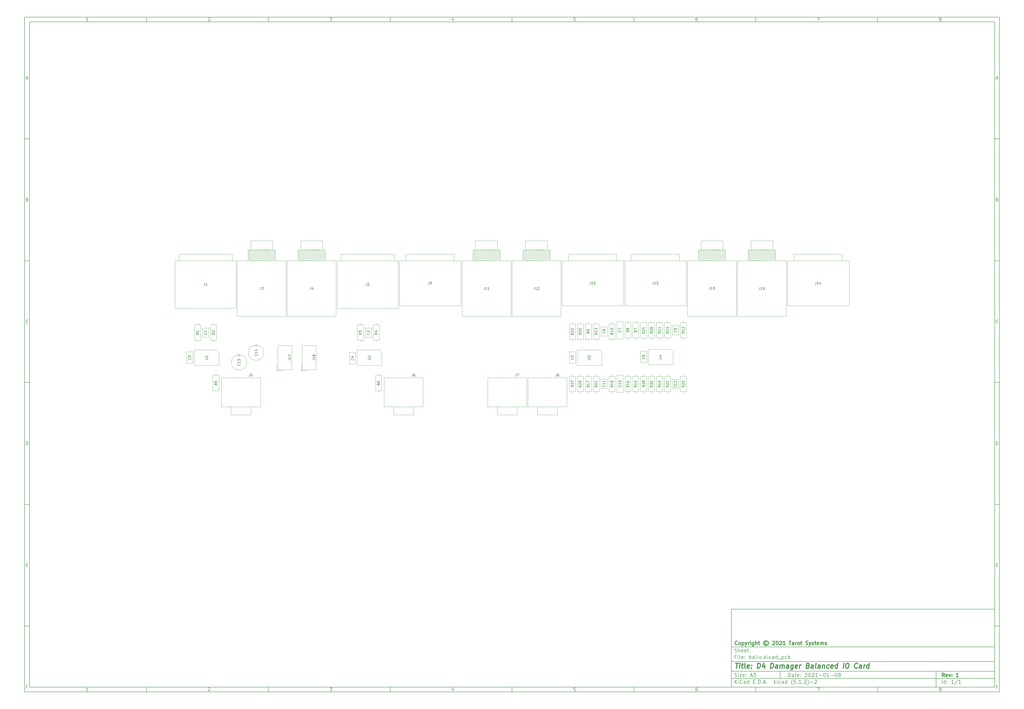
<source format=gbr>
G04 #@! TF.GenerationSoftware,KiCad,Pcbnew,(5.1.2)-2*
G04 #@! TF.CreationDate,2021-01-08T22:00:01+00:00*
G04 #@! TF.ProjectId,balio,62616c69-6f2e-46b6-9963-61645f706362,1*
G04 #@! TF.SameCoordinates,PX42c1d80PYa21fe80*
G04 #@! TF.FileFunction,Other,Fab,Top*
%FSLAX46Y46*%
G04 Gerber Fmt 4.6, Leading zero omitted, Abs format (unit mm)*
G04 Created by KiCad (PCBNEW (5.1.2)-2) date 2021-01-08 22:00:01*
%MOMM*%
%LPD*%
G04 APERTURE LIST*
%ADD10C,0.100000*%
%ADD11C,0.150000*%
%ADD12C,0.300000*%
%ADD13C,0.400000*%
%ADD14C,0.120000*%
G04 APERTURE END LIST*
D10*
D11*
X229989000Y-83002200D02*
X229989000Y-115002200D01*
X337989000Y-115002200D01*
X337989000Y-83002200D01*
X229989000Y-83002200D01*
D10*
D11*
X-60000000Y160000000D02*
X-60000000Y-117002200D01*
X339989000Y-117002200D01*
X339989000Y160000000D01*
X-60000000Y160000000D01*
D10*
D11*
X-58000000Y158000000D02*
X-58000000Y-115002200D01*
X337989000Y-115002200D01*
X337989000Y158000000D01*
X-58000000Y158000000D01*
D10*
D11*
X-10000000Y158000000D02*
X-10000000Y160000000D01*
D10*
D11*
X40000000Y158000000D02*
X40000000Y160000000D01*
D10*
D11*
X90000000Y158000000D02*
X90000000Y160000000D01*
D10*
D11*
X140000000Y158000000D02*
X140000000Y160000000D01*
D10*
D11*
X190000000Y158000000D02*
X190000000Y160000000D01*
D10*
D11*
X240000000Y158000000D02*
X240000000Y160000000D01*
D10*
D11*
X290000000Y158000000D02*
X290000000Y160000000D01*
D10*
D11*
X-33934524Y158411905D02*
X-34677381Y158411905D01*
X-34305953Y158411905D02*
X-34305953Y159711905D01*
X-34429762Y159526191D01*
X-34553572Y159402381D01*
X-34677381Y159340477D01*
D10*
D11*
X15322619Y159588096D02*
X15384523Y159650000D01*
X15508333Y159711905D01*
X15817857Y159711905D01*
X15941666Y159650000D01*
X16003571Y159588096D01*
X16065476Y159464286D01*
X16065476Y159340477D01*
X16003571Y159154762D01*
X15260714Y158411905D01*
X16065476Y158411905D01*
D10*
D11*
X65260714Y159711905D02*
X66065476Y159711905D01*
X65632142Y159216667D01*
X65817857Y159216667D01*
X65941666Y159154762D01*
X66003571Y159092858D01*
X66065476Y158969048D01*
X66065476Y158659524D01*
X66003571Y158535715D01*
X65941666Y158473810D01*
X65817857Y158411905D01*
X65446428Y158411905D01*
X65322619Y158473810D01*
X65260714Y158535715D01*
D10*
D11*
X115941666Y159278572D02*
X115941666Y158411905D01*
X115632142Y159773810D02*
X115322619Y158845239D01*
X116127380Y158845239D01*
D10*
D11*
X166003571Y159711905D02*
X165384523Y159711905D01*
X165322619Y159092858D01*
X165384523Y159154762D01*
X165508333Y159216667D01*
X165817857Y159216667D01*
X165941666Y159154762D01*
X166003571Y159092858D01*
X166065476Y158969048D01*
X166065476Y158659524D01*
X166003571Y158535715D01*
X165941666Y158473810D01*
X165817857Y158411905D01*
X165508333Y158411905D01*
X165384523Y158473810D01*
X165322619Y158535715D01*
D10*
D11*
X215941666Y159711905D02*
X215694047Y159711905D01*
X215570238Y159650000D01*
X215508333Y159588096D01*
X215384523Y159402381D01*
X215322619Y159154762D01*
X215322619Y158659524D01*
X215384523Y158535715D01*
X215446428Y158473810D01*
X215570238Y158411905D01*
X215817857Y158411905D01*
X215941666Y158473810D01*
X216003571Y158535715D01*
X216065476Y158659524D01*
X216065476Y158969048D01*
X216003571Y159092858D01*
X215941666Y159154762D01*
X215817857Y159216667D01*
X215570238Y159216667D01*
X215446428Y159154762D01*
X215384523Y159092858D01*
X215322619Y158969048D01*
D10*
D11*
X265260714Y159711905D02*
X266127380Y159711905D01*
X265570238Y158411905D01*
D10*
D11*
X315570238Y159154762D02*
X315446428Y159216667D01*
X315384523Y159278572D01*
X315322619Y159402381D01*
X315322619Y159464286D01*
X315384523Y159588096D01*
X315446428Y159650000D01*
X315570238Y159711905D01*
X315817857Y159711905D01*
X315941666Y159650000D01*
X316003571Y159588096D01*
X316065476Y159464286D01*
X316065476Y159402381D01*
X316003571Y159278572D01*
X315941666Y159216667D01*
X315817857Y159154762D01*
X315570238Y159154762D01*
X315446428Y159092858D01*
X315384523Y159030953D01*
X315322619Y158907143D01*
X315322619Y158659524D01*
X315384523Y158535715D01*
X315446428Y158473810D01*
X315570238Y158411905D01*
X315817857Y158411905D01*
X315941666Y158473810D01*
X316003571Y158535715D01*
X316065476Y158659524D01*
X316065476Y158907143D01*
X316003571Y159030953D01*
X315941666Y159092858D01*
X315817857Y159154762D01*
D10*
D11*
X-10000000Y-115002200D02*
X-10000000Y-117002200D01*
D10*
D11*
X40000000Y-115002200D02*
X40000000Y-117002200D01*
D10*
D11*
X90000000Y-115002200D02*
X90000000Y-117002200D01*
D10*
D11*
X140000000Y-115002200D02*
X140000000Y-117002200D01*
D10*
D11*
X190000000Y-115002200D02*
X190000000Y-117002200D01*
D10*
D11*
X240000000Y-115002200D02*
X240000000Y-117002200D01*
D10*
D11*
X290000000Y-115002200D02*
X290000000Y-117002200D01*
D10*
D11*
X-33934524Y-116590295D02*
X-34677381Y-116590295D01*
X-34305953Y-116590295D02*
X-34305953Y-115290295D01*
X-34429762Y-115476009D01*
X-34553572Y-115599819D01*
X-34677381Y-115661723D01*
D10*
D11*
X15322619Y-115414104D02*
X15384523Y-115352200D01*
X15508333Y-115290295D01*
X15817857Y-115290295D01*
X15941666Y-115352200D01*
X16003571Y-115414104D01*
X16065476Y-115537914D01*
X16065476Y-115661723D01*
X16003571Y-115847438D01*
X15260714Y-116590295D01*
X16065476Y-116590295D01*
D10*
D11*
X65260714Y-115290295D02*
X66065476Y-115290295D01*
X65632142Y-115785533D01*
X65817857Y-115785533D01*
X65941666Y-115847438D01*
X66003571Y-115909342D01*
X66065476Y-116033152D01*
X66065476Y-116342676D01*
X66003571Y-116466485D01*
X65941666Y-116528390D01*
X65817857Y-116590295D01*
X65446428Y-116590295D01*
X65322619Y-116528390D01*
X65260714Y-116466485D01*
D10*
D11*
X115941666Y-115723628D02*
X115941666Y-116590295D01*
X115632142Y-115228390D02*
X115322619Y-116156961D01*
X116127380Y-116156961D01*
D10*
D11*
X166003571Y-115290295D02*
X165384523Y-115290295D01*
X165322619Y-115909342D01*
X165384523Y-115847438D01*
X165508333Y-115785533D01*
X165817857Y-115785533D01*
X165941666Y-115847438D01*
X166003571Y-115909342D01*
X166065476Y-116033152D01*
X166065476Y-116342676D01*
X166003571Y-116466485D01*
X165941666Y-116528390D01*
X165817857Y-116590295D01*
X165508333Y-116590295D01*
X165384523Y-116528390D01*
X165322619Y-116466485D01*
D10*
D11*
X215941666Y-115290295D02*
X215694047Y-115290295D01*
X215570238Y-115352200D01*
X215508333Y-115414104D01*
X215384523Y-115599819D01*
X215322619Y-115847438D01*
X215322619Y-116342676D01*
X215384523Y-116466485D01*
X215446428Y-116528390D01*
X215570238Y-116590295D01*
X215817857Y-116590295D01*
X215941666Y-116528390D01*
X216003571Y-116466485D01*
X216065476Y-116342676D01*
X216065476Y-116033152D01*
X216003571Y-115909342D01*
X215941666Y-115847438D01*
X215817857Y-115785533D01*
X215570238Y-115785533D01*
X215446428Y-115847438D01*
X215384523Y-115909342D01*
X215322619Y-116033152D01*
D10*
D11*
X265260714Y-115290295D02*
X266127380Y-115290295D01*
X265570238Y-116590295D01*
D10*
D11*
X315570238Y-115847438D02*
X315446428Y-115785533D01*
X315384523Y-115723628D01*
X315322619Y-115599819D01*
X315322619Y-115537914D01*
X315384523Y-115414104D01*
X315446428Y-115352200D01*
X315570238Y-115290295D01*
X315817857Y-115290295D01*
X315941666Y-115352200D01*
X316003571Y-115414104D01*
X316065476Y-115537914D01*
X316065476Y-115599819D01*
X316003571Y-115723628D01*
X315941666Y-115785533D01*
X315817857Y-115847438D01*
X315570238Y-115847438D01*
X315446428Y-115909342D01*
X315384523Y-115971247D01*
X315322619Y-116095057D01*
X315322619Y-116342676D01*
X315384523Y-116466485D01*
X315446428Y-116528390D01*
X315570238Y-116590295D01*
X315817857Y-116590295D01*
X315941666Y-116528390D01*
X316003571Y-116466485D01*
X316065476Y-116342676D01*
X316065476Y-116095057D01*
X316003571Y-115971247D01*
X315941666Y-115909342D01*
X315817857Y-115847438D01*
D10*
D11*
X-60000000Y110000000D02*
X-58000000Y110000000D01*
D10*
D11*
X-60000000Y60000000D02*
X-58000000Y60000000D01*
D10*
D11*
X-60000000Y10000000D02*
X-58000000Y10000000D01*
D10*
D11*
X-60000000Y-40000000D02*
X-58000000Y-40000000D01*
D10*
D11*
X-60000000Y-90000000D02*
X-58000000Y-90000000D01*
D10*
D11*
X-59309524Y134783334D02*
X-58690477Y134783334D01*
X-59433334Y134411905D02*
X-59000000Y135711905D01*
X-58566667Y134411905D01*
D10*
D11*
X-58907143Y85092858D02*
X-58721429Y85030953D01*
X-58659524Y84969048D01*
X-58597620Y84845239D01*
X-58597620Y84659524D01*
X-58659524Y84535715D01*
X-58721429Y84473810D01*
X-58845239Y84411905D01*
X-59340477Y84411905D01*
X-59340477Y85711905D01*
X-58907143Y85711905D01*
X-58783334Y85650000D01*
X-58721429Y85588096D01*
X-58659524Y85464286D01*
X-58659524Y85340477D01*
X-58721429Y85216667D01*
X-58783334Y85154762D01*
X-58907143Y85092858D01*
X-59340477Y85092858D01*
D10*
D11*
X-58597620Y34535715D02*
X-58659524Y34473810D01*
X-58845239Y34411905D01*
X-58969048Y34411905D01*
X-59154762Y34473810D01*
X-59278572Y34597620D01*
X-59340477Y34721429D01*
X-59402381Y34969048D01*
X-59402381Y35154762D01*
X-59340477Y35402381D01*
X-59278572Y35526191D01*
X-59154762Y35650000D01*
X-58969048Y35711905D01*
X-58845239Y35711905D01*
X-58659524Y35650000D01*
X-58597620Y35588096D01*
D10*
D11*
X-59340477Y-15588095D02*
X-59340477Y-14288095D01*
X-59030953Y-14288095D01*
X-58845239Y-14350000D01*
X-58721429Y-14473809D01*
X-58659524Y-14597619D01*
X-58597620Y-14845238D01*
X-58597620Y-15030952D01*
X-58659524Y-15278571D01*
X-58721429Y-15402380D01*
X-58845239Y-15526190D01*
X-59030953Y-15588095D01*
X-59340477Y-15588095D01*
D10*
D11*
X-59278572Y-64907142D02*
X-58845239Y-64907142D01*
X-58659524Y-65588095D02*
X-59278572Y-65588095D01*
X-59278572Y-64288095D01*
X-58659524Y-64288095D01*
D10*
D11*
X-58814286Y-114907142D02*
X-59247620Y-114907142D01*
X-59247620Y-115588095D02*
X-59247620Y-114288095D01*
X-58628572Y-114288095D01*
D10*
D11*
X339989000Y110000000D02*
X337989000Y110000000D01*
D10*
D11*
X339989000Y60000000D02*
X337989000Y60000000D01*
D10*
D11*
X339989000Y10000000D02*
X337989000Y10000000D01*
D10*
D11*
X339989000Y-40000000D02*
X337989000Y-40000000D01*
D10*
D11*
X339989000Y-90000000D02*
X337989000Y-90000000D01*
D10*
D11*
X338679476Y134783334D02*
X339298523Y134783334D01*
X338555666Y134411905D02*
X338989000Y135711905D01*
X339422333Y134411905D01*
D10*
D11*
X339081857Y85092858D02*
X339267571Y85030953D01*
X339329476Y84969048D01*
X339391380Y84845239D01*
X339391380Y84659524D01*
X339329476Y84535715D01*
X339267571Y84473810D01*
X339143761Y84411905D01*
X338648523Y84411905D01*
X338648523Y85711905D01*
X339081857Y85711905D01*
X339205666Y85650000D01*
X339267571Y85588096D01*
X339329476Y85464286D01*
X339329476Y85340477D01*
X339267571Y85216667D01*
X339205666Y85154762D01*
X339081857Y85092858D01*
X338648523Y85092858D01*
D10*
D11*
X339391380Y34535715D02*
X339329476Y34473810D01*
X339143761Y34411905D01*
X339019952Y34411905D01*
X338834238Y34473810D01*
X338710428Y34597620D01*
X338648523Y34721429D01*
X338586619Y34969048D01*
X338586619Y35154762D01*
X338648523Y35402381D01*
X338710428Y35526191D01*
X338834238Y35650000D01*
X339019952Y35711905D01*
X339143761Y35711905D01*
X339329476Y35650000D01*
X339391380Y35588096D01*
D10*
D11*
X338648523Y-15588095D02*
X338648523Y-14288095D01*
X338958047Y-14288095D01*
X339143761Y-14350000D01*
X339267571Y-14473809D01*
X339329476Y-14597619D01*
X339391380Y-14845238D01*
X339391380Y-15030952D01*
X339329476Y-15278571D01*
X339267571Y-15402380D01*
X339143761Y-15526190D01*
X338958047Y-15588095D01*
X338648523Y-15588095D01*
D10*
D11*
X338710428Y-64907142D02*
X339143761Y-64907142D01*
X339329476Y-65588095D02*
X338710428Y-65588095D01*
X338710428Y-64288095D01*
X339329476Y-64288095D01*
D10*
D11*
X339174714Y-114907142D02*
X338741380Y-114907142D01*
X338741380Y-115588095D02*
X338741380Y-114288095D01*
X339360428Y-114288095D01*
D10*
D11*
X253421142Y-110780771D02*
X253421142Y-109280771D01*
X253778285Y-109280771D01*
X253992571Y-109352200D01*
X254135428Y-109495057D01*
X254206857Y-109637914D01*
X254278285Y-109923628D01*
X254278285Y-110137914D01*
X254206857Y-110423628D01*
X254135428Y-110566485D01*
X253992571Y-110709342D01*
X253778285Y-110780771D01*
X253421142Y-110780771D01*
X255564000Y-110780771D02*
X255564000Y-109995057D01*
X255492571Y-109852200D01*
X255349714Y-109780771D01*
X255064000Y-109780771D01*
X254921142Y-109852200D01*
X255564000Y-110709342D02*
X255421142Y-110780771D01*
X255064000Y-110780771D01*
X254921142Y-110709342D01*
X254849714Y-110566485D01*
X254849714Y-110423628D01*
X254921142Y-110280771D01*
X255064000Y-110209342D01*
X255421142Y-110209342D01*
X255564000Y-110137914D01*
X256064000Y-109780771D02*
X256635428Y-109780771D01*
X256278285Y-109280771D02*
X256278285Y-110566485D01*
X256349714Y-110709342D01*
X256492571Y-110780771D01*
X256635428Y-110780771D01*
X257706857Y-110709342D02*
X257564000Y-110780771D01*
X257278285Y-110780771D01*
X257135428Y-110709342D01*
X257064000Y-110566485D01*
X257064000Y-109995057D01*
X257135428Y-109852200D01*
X257278285Y-109780771D01*
X257564000Y-109780771D01*
X257706857Y-109852200D01*
X257778285Y-109995057D01*
X257778285Y-110137914D01*
X257064000Y-110280771D01*
X258421142Y-110637914D02*
X258492571Y-110709342D01*
X258421142Y-110780771D01*
X258349714Y-110709342D01*
X258421142Y-110637914D01*
X258421142Y-110780771D01*
X258421142Y-109852200D02*
X258492571Y-109923628D01*
X258421142Y-109995057D01*
X258349714Y-109923628D01*
X258421142Y-109852200D01*
X258421142Y-109995057D01*
X260206857Y-109423628D02*
X260278285Y-109352200D01*
X260421142Y-109280771D01*
X260778285Y-109280771D01*
X260921142Y-109352200D01*
X260992571Y-109423628D01*
X261064000Y-109566485D01*
X261064000Y-109709342D01*
X260992571Y-109923628D01*
X260135428Y-110780771D01*
X261064000Y-110780771D01*
X261992571Y-109280771D02*
X262135428Y-109280771D01*
X262278285Y-109352200D01*
X262349714Y-109423628D01*
X262421142Y-109566485D01*
X262492571Y-109852200D01*
X262492571Y-110209342D01*
X262421142Y-110495057D01*
X262349714Y-110637914D01*
X262278285Y-110709342D01*
X262135428Y-110780771D01*
X261992571Y-110780771D01*
X261849714Y-110709342D01*
X261778285Y-110637914D01*
X261706857Y-110495057D01*
X261635428Y-110209342D01*
X261635428Y-109852200D01*
X261706857Y-109566485D01*
X261778285Y-109423628D01*
X261849714Y-109352200D01*
X261992571Y-109280771D01*
X263064000Y-109423628D02*
X263135428Y-109352200D01*
X263278285Y-109280771D01*
X263635428Y-109280771D01*
X263778285Y-109352200D01*
X263849714Y-109423628D01*
X263921142Y-109566485D01*
X263921142Y-109709342D01*
X263849714Y-109923628D01*
X262992571Y-110780771D01*
X263921142Y-110780771D01*
X265349714Y-110780771D02*
X264492571Y-110780771D01*
X264921142Y-110780771D02*
X264921142Y-109280771D01*
X264778285Y-109495057D01*
X264635428Y-109637914D01*
X264492571Y-109709342D01*
X265992571Y-110209342D02*
X267135428Y-110209342D01*
X268135428Y-109280771D02*
X268278285Y-109280771D01*
X268421142Y-109352200D01*
X268492571Y-109423628D01*
X268564000Y-109566485D01*
X268635428Y-109852200D01*
X268635428Y-110209342D01*
X268564000Y-110495057D01*
X268492571Y-110637914D01*
X268421142Y-110709342D01*
X268278285Y-110780771D01*
X268135428Y-110780771D01*
X267992571Y-110709342D01*
X267921142Y-110637914D01*
X267849714Y-110495057D01*
X267778285Y-110209342D01*
X267778285Y-109852200D01*
X267849714Y-109566485D01*
X267921142Y-109423628D01*
X267992571Y-109352200D01*
X268135428Y-109280771D01*
X270064000Y-110780771D02*
X269206857Y-110780771D01*
X269635428Y-110780771D02*
X269635428Y-109280771D01*
X269492571Y-109495057D01*
X269349714Y-109637914D01*
X269206857Y-109709342D01*
X270706857Y-110209342D02*
X271849714Y-110209342D01*
X272849714Y-109280771D02*
X272992571Y-109280771D01*
X273135428Y-109352200D01*
X273206857Y-109423628D01*
X273278285Y-109566485D01*
X273349714Y-109852200D01*
X273349714Y-110209342D01*
X273278285Y-110495057D01*
X273206857Y-110637914D01*
X273135428Y-110709342D01*
X272992571Y-110780771D01*
X272849714Y-110780771D01*
X272706857Y-110709342D01*
X272635428Y-110637914D01*
X272564000Y-110495057D01*
X272492571Y-110209342D01*
X272492571Y-109852200D01*
X272564000Y-109566485D01*
X272635428Y-109423628D01*
X272706857Y-109352200D01*
X272849714Y-109280771D01*
X274206857Y-109923628D02*
X274064000Y-109852200D01*
X273992571Y-109780771D01*
X273921142Y-109637914D01*
X273921142Y-109566485D01*
X273992571Y-109423628D01*
X274064000Y-109352200D01*
X274206857Y-109280771D01*
X274492571Y-109280771D01*
X274635428Y-109352200D01*
X274706857Y-109423628D01*
X274778285Y-109566485D01*
X274778285Y-109637914D01*
X274706857Y-109780771D01*
X274635428Y-109852200D01*
X274492571Y-109923628D01*
X274206857Y-109923628D01*
X274064000Y-109995057D01*
X273992571Y-110066485D01*
X273921142Y-110209342D01*
X273921142Y-110495057D01*
X273992571Y-110637914D01*
X274064000Y-110709342D01*
X274206857Y-110780771D01*
X274492571Y-110780771D01*
X274635428Y-110709342D01*
X274706857Y-110637914D01*
X274778285Y-110495057D01*
X274778285Y-110209342D01*
X274706857Y-110066485D01*
X274635428Y-109995057D01*
X274492571Y-109923628D01*
D10*
D11*
X229989000Y-111502200D02*
X337989000Y-111502200D01*
D10*
D11*
X231421142Y-113580771D02*
X231421142Y-112080771D01*
X232278285Y-113580771D02*
X231635428Y-112723628D01*
X232278285Y-112080771D02*
X231421142Y-112937914D01*
X232921142Y-113580771D02*
X232921142Y-112580771D01*
X232921142Y-112080771D02*
X232849714Y-112152200D01*
X232921142Y-112223628D01*
X232992571Y-112152200D01*
X232921142Y-112080771D01*
X232921142Y-112223628D01*
X234492571Y-113437914D02*
X234421142Y-113509342D01*
X234206857Y-113580771D01*
X234064000Y-113580771D01*
X233849714Y-113509342D01*
X233706857Y-113366485D01*
X233635428Y-113223628D01*
X233564000Y-112937914D01*
X233564000Y-112723628D01*
X233635428Y-112437914D01*
X233706857Y-112295057D01*
X233849714Y-112152200D01*
X234064000Y-112080771D01*
X234206857Y-112080771D01*
X234421142Y-112152200D01*
X234492571Y-112223628D01*
X235778285Y-113580771D02*
X235778285Y-112795057D01*
X235706857Y-112652200D01*
X235564000Y-112580771D01*
X235278285Y-112580771D01*
X235135428Y-112652200D01*
X235778285Y-113509342D02*
X235635428Y-113580771D01*
X235278285Y-113580771D01*
X235135428Y-113509342D01*
X235064000Y-113366485D01*
X235064000Y-113223628D01*
X235135428Y-113080771D01*
X235278285Y-113009342D01*
X235635428Y-113009342D01*
X235778285Y-112937914D01*
X237135428Y-113580771D02*
X237135428Y-112080771D01*
X237135428Y-113509342D02*
X236992571Y-113580771D01*
X236706857Y-113580771D01*
X236564000Y-113509342D01*
X236492571Y-113437914D01*
X236421142Y-113295057D01*
X236421142Y-112866485D01*
X236492571Y-112723628D01*
X236564000Y-112652200D01*
X236706857Y-112580771D01*
X236992571Y-112580771D01*
X237135428Y-112652200D01*
X238992571Y-112795057D02*
X239492571Y-112795057D01*
X239706857Y-113580771D02*
X238992571Y-113580771D01*
X238992571Y-112080771D01*
X239706857Y-112080771D01*
X240349714Y-113437914D02*
X240421142Y-113509342D01*
X240349714Y-113580771D01*
X240278285Y-113509342D01*
X240349714Y-113437914D01*
X240349714Y-113580771D01*
X241064000Y-113580771D02*
X241064000Y-112080771D01*
X241421142Y-112080771D01*
X241635428Y-112152200D01*
X241778285Y-112295057D01*
X241849714Y-112437914D01*
X241921142Y-112723628D01*
X241921142Y-112937914D01*
X241849714Y-113223628D01*
X241778285Y-113366485D01*
X241635428Y-113509342D01*
X241421142Y-113580771D01*
X241064000Y-113580771D01*
X242564000Y-113437914D02*
X242635428Y-113509342D01*
X242564000Y-113580771D01*
X242492571Y-113509342D01*
X242564000Y-113437914D01*
X242564000Y-113580771D01*
X243206857Y-113152200D02*
X243921142Y-113152200D01*
X243064000Y-113580771D02*
X243564000Y-112080771D01*
X244064000Y-113580771D01*
X244564000Y-113437914D02*
X244635428Y-113509342D01*
X244564000Y-113580771D01*
X244492571Y-113509342D01*
X244564000Y-113437914D01*
X244564000Y-113580771D01*
X247564000Y-113580771D02*
X247564000Y-112080771D01*
X247706857Y-113009342D02*
X248135428Y-113580771D01*
X248135428Y-112580771D02*
X247564000Y-113152200D01*
X248778285Y-113580771D02*
X248778285Y-112580771D01*
X248778285Y-112080771D02*
X248706857Y-112152200D01*
X248778285Y-112223628D01*
X248849714Y-112152200D01*
X248778285Y-112080771D01*
X248778285Y-112223628D01*
X250135428Y-113509342D02*
X249992571Y-113580771D01*
X249706857Y-113580771D01*
X249564000Y-113509342D01*
X249492571Y-113437914D01*
X249421142Y-113295057D01*
X249421142Y-112866485D01*
X249492571Y-112723628D01*
X249564000Y-112652200D01*
X249706857Y-112580771D01*
X249992571Y-112580771D01*
X250135428Y-112652200D01*
X251421142Y-113580771D02*
X251421142Y-112795057D01*
X251349714Y-112652200D01*
X251206857Y-112580771D01*
X250921142Y-112580771D01*
X250778285Y-112652200D01*
X251421142Y-113509342D02*
X251278285Y-113580771D01*
X250921142Y-113580771D01*
X250778285Y-113509342D01*
X250706857Y-113366485D01*
X250706857Y-113223628D01*
X250778285Y-113080771D01*
X250921142Y-113009342D01*
X251278285Y-113009342D01*
X251421142Y-112937914D01*
X252778285Y-113580771D02*
X252778285Y-112080771D01*
X252778285Y-113509342D02*
X252635428Y-113580771D01*
X252349714Y-113580771D01*
X252206857Y-113509342D01*
X252135428Y-113437914D01*
X252064000Y-113295057D01*
X252064000Y-112866485D01*
X252135428Y-112723628D01*
X252206857Y-112652200D01*
X252349714Y-112580771D01*
X252635428Y-112580771D01*
X252778285Y-112652200D01*
X255064000Y-114152200D02*
X254992571Y-114080771D01*
X254849714Y-113866485D01*
X254778285Y-113723628D01*
X254706857Y-113509342D01*
X254635428Y-113152200D01*
X254635428Y-112866485D01*
X254706857Y-112509342D01*
X254778285Y-112295057D01*
X254849714Y-112152200D01*
X254992571Y-111937914D01*
X255064000Y-111866485D01*
X256349714Y-112080771D02*
X255635428Y-112080771D01*
X255564000Y-112795057D01*
X255635428Y-112723628D01*
X255778285Y-112652200D01*
X256135428Y-112652200D01*
X256278285Y-112723628D01*
X256349714Y-112795057D01*
X256421142Y-112937914D01*
X256421142Y-113295057D01*
X256349714Y-113437914D01*
X256278285Y-113509342D01*
X256135428Y-113580771D01*
X255778285Y-113580771D01*
X255635428Y-113509342D01*
X255564000Y-113437914D01*
X257064000Y-113437914D02*
X257135428Y-113509342D01*
X257064000Y-113580771D01*
X256992571Y-113509342D01*
X257064000Y-113437914D01*
X257064000Y-113580771D01*
X258564000Y-113580771D02*
X257706857Y-113580771D01*
X258135428Y-113580771D02*
X258135428Y-112080771D01*
X257992571Y-112295057D01*
X257849714Y-112437914D01*
X257706857Y-112509342D01*
X259206857Y-113437914D02*
X259278285Y-113509342D01*
X259206857Y-113580771D01*
X259135428Y-113509342D01*
X259206857Y-113437914D01*
X259206857Y-113580771D01*
X259849714Y-112223628D02*
X259921142Y-112152200D01*
X260064000Y-112080771D01*
X260421142Y-112080771D01*
X260564000Y-112152200D01*
X260635428Y-112223628D01*
X260706857Y-112366485D01*
X260706857Y-112509342D01*
X260635428Y-112723628D01*
X259778285Y-113580771D01*
X260706857Y-113580771D01*
X261206857Y-114152200D02*
X261278285Y-114080771D01*
X261421142Y-113866485D01*
X261492571Y-113723628D01*
X261564000Y-113509342D01*
X261635428Y-113152200D01*
X261635428Y-112866485D01*
X261564000Y-112509342D01*
X261492571Y-112295057D01*
X261421142Y-112152200D01*
X261278285Y-111937914D01*
X261206857Y-111866485D01*
X262349714Y-113009342D02*
X263492571Y-113009342D01*
X264135428Y-112223628D02*
X264206857Y-112152200D01*
X264349714Y-112080771D01*
X264706857Y-112080771D01*
X264849714Y-112152200D01*
X264921142Y-112223628D01*
X264992571Y-112366485D01*
X264992571Y-112509342D01*
X264921142Y-112723628D01*
X264064000Y-113580771D01*
X264992571Y-113580771D01*
D10*
D11*
X229989000Y-108502200D02*
X337989000Y-108502200D01*
D10*
D12*
X317398285Y-110780771D02*
X316898285Y-110066485D01*
X316541142Y-110780771D02*
X316541142Y-109280771D01*
X317112571Y-109280771D01*
X317255428Y-109352200D01*
X317326857Y-109423628D01*
X317398285Y-109566485D01*
X317398285Y-109780771D01*
X317326857Y-109923628D01*
X317255428Y-109995057D01*
X317112571Y-110066485D01*
X316541142Y-110066485D01*
X318612571Y-110709342D02*
X318469714Y-110780771D01*
X318184000Y-110780771D01*
X318041142Y-110709342D01*
X317969714Y-110566485D01*
X317969714Y-109995057D01*
X318041142Y-109852200D01*
X318184000Y-109780771D01*
X318469714Y-109780771D01*
X318612571Y-109852200D01*
X318684000Y-109995057D01*
X318684000Y-110137914D01*
X317969714Y-110280771D01*
X319184000Y-109780771D02*
X319541142Y-110780771D01*
X319898285Y-109780771D01*
X320469714Y-110637914D02*
X320541142Y-110709342D01*
X320469714Y-110780771D01*
X320398285Y-110709342D01*
X320469714Y-110637914D01*
X320469714Y-110780771D01*
X320469714Y-109852200D02*
X320541142Y-109923628D01*
X320469714Y-109995057D01*
X320398285Y-109923628D01*
X320469714Y-109852200D01*
X320469714Y-109995057D01*
X323112571Y-110780771D02*
X322255428Y-110780771D01*
X322684000Y-110780771D02*
X322684000Y-109280771D01*
X322541142Y-109495057D01*
X322398285Y-109637914D01*
X322255428Y-109709342D01*
D10*
D11*
X231349714Y-110709342D02*
X231564000Y-110780771D01*
X231921142Y-110780771D01*
X232064000Y-110709342D01*
X232135428Y-110637914D01*
X232206857Y-110495057D01*
X232206857Y-110352200D01*
X232135428Y-110209342D01*
X232064000Y-110137914D01*
X231921142Y-110066485D01*
X231635428Y-109995057D01*
X231492571Y-109923628D01*
X231421142Y-109852200D01*
X231349714Y-109709342D01*
X231349714Y-109566485D01*
X231421142Y-109423628D01*
X231492571Y-109352200D01*
X231635428Y-109280771D01*
X231992571Y-109280771D01*
X232206857Y-109352200D01*
X232849714Y-110780771D02*
X232849714Y-109780771D01*
X232849714Y-109280771D02*
X232778285Y-109352200D01*
X232849714Y-109423628D01*
X232921142Y-109352200D01*
X232849714Y-109280771D01*
X232849714Y-109423628D01*
X233421142Y-109780771D02*
X234206857Y-109780771D01*
X233421142Y-110780771D01*
X234206857Y-110780771D01*
X235349714Y-110709342D02*
X235206857Y-110780771D01*
X234921142Y-110780771D01*
X234778285Y-110709342D01*
X234706857Y-110566485D01*
X234706857Y-109995057D01*
X234778285Y-109852200D01*
X234921142Y-109780771D01*
X235206857Y-109780771D01*
X235349714Y-109852200D01*
X235421142Y-109995057D01*
X235421142Y-110137914D01*
X234706857Y-110280771D01*
X236064000Y-110637914D02*
X236135428Y-110709342D01*
X236064000Y-110780771D01*
X235992571Y-110709342D01*
X236064000Y-110637914D01*
X236064000Y-110780771D01*
X236064000Y-109852200D02*
X236135428Y-109923628D01*
X236064000Y-109995057D01*
X235992571Y-109923628D01*
X236064000Y-109852200D01*
X236064000Y-109995057D01*
X237849714Y-110352200D02*
X238564000Y-110352200D01*
X237706857Y-110780771D02*
X238206857Y-109280771D01*
X238706857Y-110780771D01*
X239064000Y-109280771D02*
X239992571Y-109280771D01*
X239492571Y-109852200D01*
X239706857Y-109852200D01*
X239849714Y-109923628D01*
X239921142Y-109995057D01*
X239992571Y-110137914D01*
X239992571Y-110495057D01*
X239921142Y-110637914D01*
X239849714Y-110709342D01*
X239706857Y-110780771D01*
X239278285Y-110780771D01*
X239135428Y-110709342D01*
X239064000Y-110637914D01*
D10*
D11*
X316421142Y-113580771D02*
X316421142Y-112080771D01*
X317778285Y-113580771D02*
X317778285Y-112080771D01*
X317778285Y-113509342D02*
X317635428Y-113580771D01*
X317349714Y-113580771D01*
X317206857Y-113509342D01*
X317135428Y-113437914D01*
X317064000Y-113295057D01*
X317064000Y-112866485D01*
X317135428Y-112723628D01*
X317206857Y-112652200D01*
X317349714Y-112580771D01*
X317635428Y-112580771D01*
X317778285Y-112652200D01*
X318492571Y-113437914D02*
X318564000Y-113509342D01*
X318492571Y-113580771D01*
X318421142Y-113509342D01*
X318492571Y-113437914D01*
X318492571Y-113580771D01*
X318492571Y-112652200D02*
X318564000Y-112723628D01*
X318492571Y-112795057D01*
X318421142Y-112723628D01*
X318492571Y-112652200D01*
X318492571Y-112795057D01*
X321135428Y-113580771D02*
X320278285Y-113580771D01*
X320706857Y-113580771D02*
X320706857Y-112080771D01*
X320564000Y-112295057D01*
X320421142Y-112437914D01*
X320278285Y-112509342D01*
X322849714Y-112009342D02*
X321564000Y-113937914D01*
X324135428Y-113580771D02*
X323278285Y-113580771D01*
X323706857Y-113580771D02*
X323706857Y-112080771D01*
X323564000Y-112295057D01*
X323421142Y-112437914D01*
X323278285Y-112509342D01*
D10*
D11*
X229989000Y-104502200D02*
X337989000Y-104502200D01*
D10*
D13*
X231701380Y-105206961D02*
X232844238Y-105206961D01*
X232022809Y-107206961D02*
X232272809Y-105206961D01*
X233260904Y-107206961D02*
X233427571Y-105873628D01*
X233510904Y-105206961D02*
X233403761Y-105302200D01*
X233487095Y-105397438D01*
X233594238Y-105302200D01*
X233510904Y-105206961D01*
X233487095Y-105397438D01*
X234094238Y-105873628D02*
X234856142Y-105873628D01*
X234463285Y-105206961D02*
X234249000Y-106921247D01*
X234320428Y-107111723D01*
X234499000Y-107206961D01*
X234689476Y-107206961D01*
X235641857Y-107206961D02*
X235463285Y-107111723D01*
X235391857Y-106921247D01*
X235606142Y-105206961D01*
X237177571Y-107111723D02*
X236975190Y-107206961D01*
X236594238Y-107206961D01*
X236415666Y-107111723D01*
X236344238Y-106921247D01*
X236439476Y-106159342D01*
X236558523Y-105968866D01*
X236760904Y-105873628D01*
X237141857Y-105873628D01*
X237320428Y-105968866D01*
X237391857Y-106159342D01*
X237368047Y-106349819D01*
X236391857Y-106540295D01*
X238141857Y-107016485D02*
X238225190Y-107111723D01*
X238118047Y-107206961D01*
X238034714Y-107111723D01*
X238141857Y-107016485D01*
X238118047Y-107206961D01*
X238272809Y-105968866D02*
X238356142Y-106064104D01*
X238249000Y-106159342D01*
X238165666Y-106064104D01*
X238272809Y-105968866D01*
X238249000Y-106159342D01*
X240594238Y-107206961D02*
X240844238Y-105206961D01*
X241320428Y-105206961D01*
X241594238Y-105302200D01*
X241760904Y-105492676D01*
X241832333Y-105683152D01*
X241879952Y-106064104D01*
X241844238Y-106349819D01*
X241701380Y-106730771D01*
X241582333Y-106921247D01*
X241368047Y-107111723D01*
X241070428Y-107206961D01*
X240594238Y-107206961D01*
X243618047Y-105873628D02*
X243451380Y-107206961D01*
X243237095Y-105111723D02*
X242582333Y-106540295D01*
X243820428Y-106540295D01*
X246022809Y-107206961D02*
X246272809Y-105206961D01*
X246749000Y-105206961D01*
X247022809Y-105302200D01*
X247189476Y-105492676D01*
X247260904Y-105683152D01*
X247308523Y-106064104D01*
X247272809Y-106349819D01*
X247129952Y-106730771D01*
X247010904Y-106921247D01*
X246796619Y-107111723D01*
X246499000Y-107206961D01*
X246022809Y-107206961D01*
X248879952Y-107206961D02*
X249010904Y-106159342D01*
X248939476Y-105968866D01*
X248760904Y-105873628D01*
X248379952Y-105873628D01*
X248177571Y-105968866D01*
X248891857Y-107111723D02*
X248689476Y-107206961D01*
X248213285Y-107206961D01*
X248034714Y-107111723D01*
X247963285Y-106921247D01*
X247987095Y-106730771D01*
X248106142Y-106540295D01*
X248308523Y-106445057D01*
X248784714Y-106445057D01*
X248987095Y-106349819D01*
X249832333Y-107206961D02*
X249999000Y-105873628D01*
X249975190Y-106064104D02*
X250082333Y-105968866D01*
X250284714Y-105873628D01*
X250570428Y-105873628D01*
X250749000Y-105968866D01*
X250820428Y-106159342D01*
X250689476Y-107206961D01*
X250820428Y-106159342D02*
X250939476Y-105968866D01*
X251141857Y-105873628D01*
X251427571Y-105873628D01*
X251606142Y-105968866D01*
X251677571Y-106159342D01*
X251546619Y-107206961D01*
X253356142Y-107206961D02*
X253487095Y-106159342D01*
X253415666Y-105968866D01*
X253237095Y-105873628D01*
X252856142Y-105873628D01*
X252653761Y-105968866D01*
X253368047Y-107111723D02*
X253165666Y-107206961D01*
X252689476Y-107206961D01*
X252510904Y-107111723D01*
X252439476Y-106921247D01*
X252463285Y-106730771D01*
X252582333Y-106540295D01*
X252784714Y-106445057D01*
X253260904Y-106445057D01*
X253463285Y-106349819D01*
X255332333Y-105873628D02*
X255129952Y-107492676D01*
X255010904Y-107683152D01*
X254903761Y-107778390D01*
X254701380Y-107873628D01*
X254415666Y-107873628D01*
X254237095Y-107778390D01*
X255177571Y-107111723D02*
X254975190Y-107206961D01*
X254594238Y-107206961D01*
X254415666Y-107111723D01*
X254332333Y-107016485D01*
X254260904Y-106826009D01*
X254332333Y-106254580D01*
X254451380Y-106064104D01*
X254558523Y-105968866D01*
X254760904Y-105873628D01*
X255141857Y-105873628D01*
X255320428Y-105968866D01*
X256891857Y-107111723D02*
X256689476Y-107206961D01*
X256308523Y-107206961D01*
X256129952Y-107111723D01*
X256058523Y-106921247D01*
X256153761Y-106159342D01*
X256272809Y-105968866D01*
X256475190Y-105873628D01*
X256856142Y-105873628D01*
X257034714Y-105968866D01*
X257106142Y-106159342D01*
X257082333Y-106349819D01*
X256106142Y-106540295D01*
X257832333Y-107206961D02*
X257999000Y-105873628D01*
X257951380Y-106254580D02*
X258070428Y-106064104D01*
X258177571Y-105968866D01*
X258379952Y-105873628D01*
X258570428Y-105873628D01*
X261391857Y-106159342D02*
X261665666Y-106254580D01*
X261749000Y-106349819D01*
X261820428Y-106540295D01*
X261784714Y-106826009D01*
X261665666Y-107016485D01*
X261558523Y-107111723D01*
X261356142Y-107206961D01*
X260594238Y-107206961D01*
X260844238Y-105206961D01*
X261510904Y-105206961D01*
X261689476Y-105302200D01*
X261772809Y-105397438D01*
X261844238Y-105587914D01*
X261820428Y-105778390D01*
X261701380Y-105968866D01*
X261594238Y-106064104D01*
X261391857Y-106159342D01*
X260725190Y-106159342D01*
X263451380Y-107206961D02*
X263582333Y-106159342D01*
X263510904Y-105968866D01*
X263332333Y-105873628D01*
X262951380Y-105873628D01*
X262749000Y-105968866D01*
X263463285Y-107111723D02*
X263260904Y-107206961D01*
X262784714Y-107206961D01*
X262606142Y-107111723D01*
X262534714Y-106921247D01*
X262558523Y-106730771D01*
X262677571Y-106540295D01*
X262879952Y-106445057D01*
X263356142Y-106445057D01*
X263558523Y-106349819D01*
X264689476Y-107206961D02*
X264510904Y-107111723D01*
X264439476Y-106921247D01*
X264653761Y-105206961D01*
X266308523Y-107206961D02*
X266439476Y-106159342D01*
X266368047Y-105968866D01*
X266189476Y-105873628D01*
X265808523Y-105873628D01*
X265606142Y-105968866D01*
X266320428Y-107111723D02*
X266118047Y-107206961D01*
X265641857Y-107206961D01*
X265463285Y-107111723D01*
X265391857Y-106921247D01*
X265415666Y-106730771D01*
X265534714Y-106540295D01*
X265737095Y-106445057D01*
X266213285Y-106445057D01*
X266415666Y-106349819D01*
X267427571Y-105873628D02*
X267260904Y-107206961D01*
X267403761Y-106064104D02*
X267510904Y-105968866D01*
X267713285Y-105873628D01*
X267999000Y-105873628D01*
X268177571Y-105968866D01*
X268249000Y-106159342D01*
X268118047Y-107206961D01*
X269939476Y-107111723D02*
X269737095Y-107206961D01*
X269356142Y-107206961D01*
X269177571Y-107111723D01*
X269094238Y-107016485D01*
X269022809Y-106826009D01*
X269094238Y-106254580D01*
X269213285Y-106064104D01*
X269320428Y-105968866D01*
X269522809Y-105873628D01*
X269903761Y-105873628D01*
X270082333Y-105968866D01*
X271558523Y-107111723D02*
X271356142Y-107206961D01*
X270975190Y-107206961D01*
X270796619Y-107111723D01*
X270725190Y-106921247D01*
X270820428Y-106159342D01*
X270939476Y-105968866D01*
X271141857Y-105873628D01*
X271522809Y-105873628D01*
X271701380Y-105968866D01*
X271772809Y-106159342D01*
X271749000Y-106349819D01*
X270772809Y-106540295D01*
X273356142Y-107206961D02*
X273606142Y-105206961D01*
X273368047Y-107111723D02*
X273165666Y-107206961D01*
X272784714Y-107206961D01*
X272606142Y-107111723D01*
X272522809Y-107016485D01*
X272451380Y-106826009D01*
X272522809Y-106254580D01*
X272641857Y-106064104D01*
X272749000Y-105968866D01*
X272951380Y-105873628D01*
X273332333Y-105873628D01*
X273510904Y-105968866D01*
X275832333Y-107206961D02*
X276082333Y-105206961D01*
X277415666Y-105206961D02*
X277796619Y-105206961D01*
X277975190Y-105302200D01*
X278141857Y-105492676D01*
X278189476Y-105873628D01*
X278106142Y-106540295D01*
X277963285Y-106921247D01*
X277749000Y-107111723D01*
X277546619Y-107206961D01*
X277165666Y-107206961D01*
X276987095Y-107111723D01*
X276820428Y-106921247D01*
X276772809Y-106540295D01*
X276856142Y-105873628D01*
X276999000Y-105492676D01*
X277213285Y-105302200D01*
X277415666Y-105206961D01*
X281570428Y-107016485D02*
X281463285Y-107111723D01*
X281165666Y-107206961D01*
X280975190Y-107206961D01*
X280701380Y-107111723D01*
X280534714Y-106921247D01*
X280463285Y-106730771D01*
X280415666Y-106349819D01*
X280451380Y-106064104D01*
X280594238Y-105683152D01*
X280713285Y-105492676D01*
X280927571Y-105302200D01*
X281225190Y-105206961D01*
X281415666Y-105206961D01*
X281689476Y-105302200D01*
X281772809Y-105397438D01*
X283260904Y-107206961D02*
X283391857Y-106159342D01*
X283320428Y-105968866D01*
X283141857Y-105873628D01*
X282760904Y-105873628D01*
X282558523Y-105968866D01*
X283272809Y-107111723D02*
X283070428Y-107206961D01*
X282594238Y-107206961D01*
X282415666Y-107111723D01*
X282344238Y-106921247D01*
X282368047Y-106730771D01*
X282487095Y-106540295D01*
X282689476Y-106445057D01*
X283165666Y-106445057D01*
X283368047Y-106349819D01*
X284213285Y-107206961D02*
X284379952Y-105873628D01*
X284332333Y-106254580D02*
X284451380Y-106064104D01*
X284558523Y-105968866D01*
X284760904Y-105873628D01*
X284951380Y-105873628D01*
X286308523Y-107206961D02*
X286558523Y-105206961D01*
X286320428Y-107111723D02*
X286118047Y-107206961D01*
X285737095Y-107206961D01*
X285558523Y-107111723D01*
X285475190Y-107016485D01*
X285403761Y-106826009D01*
X285475190Y-106254580D01*
X285594238Y-106064104D01*
X285701380Y-105968866D01*
X285903761Y-105873628D01*
X286284714Y-105873628D01*
X286463285Y-105968866D01*
D10*
D11*
X231921142Y-102595057D02*
X231421142Y-102595057D01*
X231421142Y-103380771D02*
X231421142Y-101880771D01*
X232135428Y-101880771D01*
X232706857Y-103380771D02*
X232706857Y-102380771D01*
X232706857Y-101880771D02*
X232635428Y-101952200D01*
X232706857Y-102023628D01*
X232778285Y-101952200D01*
X232706857Y-101880771D01*
X232706857Y-102023628D01*
X233635428Y-103380771D02*
X233492571Y-103309342D01*
X233421142Y-103166485D01*
X233421142Y-101880771D01*
X234778285Y-103309342D02*
X234635428Y-103380771D01*
X234349714Y-103380771D01*
X234206857Y-103309342D01*
X234135428Y-103166485D01*
X234135428Y-102595057D01*
X234206857Y-102452200D01*
X234349714Y-102380771D01*
X234635428Y-102380771D01*
X234778285Y-102452200D01*
X234849714Y-102595057D01*
X234849714Y-102737914D01*
X234135428Y-102880771D01*
X235492571Y-103237914D02*
X235564000Y-103309342D01*
X235492571Y-103380771D01*
X235421142Y-103309342D01*
X235492571Y-103237914D01*
X235492571Y-103380771D01*
X235492571Y-102452200D02*
X235564000Y-102523628D01*
X235492571Y-102595057D01*
X235421142Y-102523628D01*
X235492571Y-102452200D01*
X235492571Y-102595057D01*
X237349714Y-103380771D02*
X237349714Y-101880771D01*
X237349714Y-102452200D02*
X237492571Y-102380771D01*
X237778285Y-102380771D01*
X237921142Y-102452200D01*
X237992571Y-102523628D01*
X238064000Y-102666485D01*
X238064000Y-103095057D01*
X237992571Y-103237914D01*
X237921142Y-103309342D01*
X237778285Y-103380771D01*
X237492571Y-103380771D01*
X237349714Y-103309342D01*
X239349714Y-103380771D02*
X239349714Y-102595057D01*
X239278285Y-102452200D01*
X239135428Y-102380771D01*
X238849714Y-102380771D01*
X238706857Y-102452200D01*
X239349714Y-103309342D02*
X239206857Y-103380771D01*
X238849714Y-103380771D01*
X238706857Y-103309342D01*
X238635428Y-103166485D01*
X238635428Y-103023628D01*
X238706857Y-102880771D01*
X238849714Y-102809342D01*
X239206857Y-102809342D01*
X239349714Y-102737914D01*
X240278285Y-103380771D02*
X240135428Y-103309342D01*
X240064000Y-103166485D01*
X240064000Y-101880771D01*
X240849714Y-103380771D02*
X240849714Y-102380771D01*
X240849714Y-101880771D02*
X240778285Y-101952200D01*
X240849714Y-102023628D01*
X240921142Y-101952200D01*
X240849714Y-101880771D01*
X240849714Y-102023628D01*
X241778285Y-103380771D02*
X241635428Y-103309342D01*
X241564000Y-103237914D01*
X241492571Y-103095057D01*
X241492571Y-102666485D01*
X241564000Y-102523628D01*
X241635428Y-102452200D01*
X241778285Y-102380771D01*
X241992571Y-102380771D01*
X242135428Y-102452200D01*
X242206857Y-102523628D01*
X242278285Y-102666485D01*
X242278285Y-103095057D01*
X242206857Y-103237914D01*
X242135428Y-103309342D01*
X241992571Y-103380771D01*
X241778285Y-103380771D01*
X242921142Y-103237914D02*
X242992571Y-103309342D01*
X242921142Y-103380771D01*
X242849714Y-103309342D01*
X242921142Y-103237914D01*
X242921142Y-103380771D01*
X243635428Y-103380771D02*
X243635428Y-101880771D01*
X243778285Y-102809342D02*
X244206857Y-103380771D01*
X244206857Y-102380771D02*
X243635428Y-102952200D01*
X244849714Y-103380771D02*
X244849714Y-102380771D01*
X244849714Y-101880771D02*
X244778285Y-101952200D01*
X244849714Y-102023628D01*
X244921142Y-101952200D01*
X244849714Y-101880771D01*
X244849714Y-102023628D01*
X246206857Y-103309342D02*
X246064000Y-103380771D01*
X245778285Y-103380771D01*
X245635428Y-103309342D01*
X245564000Y-103237914D01*
X245492571Y-103095057D01*
X245492571Y-102666485D01*
X245564000Y-102523628D01*
X245635428Y-102452200D01*
X245778285Y-102380771D01*
X246064000Y-102380771D01*
X246206857Y-102452200D01*
X247492571Y-103380771D02*
X247492571Y-102595057D01*
X247421142Y-102452200D01*
X247278285Y-102380771D01*
X246992571Y-102380771D01*
X246849714Y-102452200D01*
X247492571Y-103309342D02*
X247349714Y-103380771D01*
X246992571Y-103380771D01*
X246849714Y-103309342D01*
X246778285Y-103166485D01*
X246778285Y-103023628D01*
X246849714Y-102880771D01*
X246992571Y-102809342D01*
X247349714Y-102809342D01*
X247492571Y-102737914D01*
X248849714Y-103380771D02*
X248849714Y-101880771D01*
X248849714Y-103309342D02*
X248706857Y-103380771D01*
X248421142Y-103380771D01*
X248278285Y-103309342D01*
X248206857Y-103237914D01*
X248135428Y-103095057D01*
X248135428Y-102666485D01*
X248206857Y-102523628D01*
X248278285Y-102452200D01*
X248421142Y-102380771D01*
X248706857Y-102380771D01*
X248849714Y-102452200D01*
X249206857Y-103523628D02*
X250349714Y-103523628D01*
X250706857Y-102380771D02*
X250706857Y-103880771D01*
X250706857Y-102452200D02*
X250849714Y-102380771D01*
X251135428Y-102380771D01*
X251278285Y-102452200D01*
X251349714Y-102523628D01*
X251421142Y-102666485D01*
X251421142Y-103095057D01*
X251349714Y-103237914D01*
X251278285Y-103309342D01*
X251135428Y-103380771D01*
X250849714Y-103380771D01*
X250706857Y-103309342D01*
X252706857Y-103309342D02*
X252564000Y-103380771D01*
X252278285Y-103380771D01*
X252135428Y-103309342D01*
X252064000Y-103237914D01*
X251992571Y-103095057D01*
X251992571Y-102666485D01*
X252064000Y-102523628D01*
X252135428Y-102452200D01*
X252278285Y-102380771D01*
X252564000Y-102380771D01*
X252706857Y-102452200D01*
X253349714Y-103380771D02*
X253349714Y-101880771D01*
X253349714Y-102452200D02*
X253492571Y-102380771D01*
X253778285Y-102380771D01*
X253921142Y-102452200D01*
X253992571Y-102523628D01*
X254064000Y-102666485D01*
X254064000Y-103095057D01*
X253992571Y-103237914D01*
X253921142Y-103309342D01*
X253778285Y-103380771D01*
X253492571Y-103380771D01*
X253349714Y-103309342D01*
D10*
D11*
X229989000Y-98502200D02*
X337989000Y-98502200D01*
D10*
D11*
X231349714Y-100609342D02*
X231564000Y-100680771D01*
X231921142Y-100680771D01*
X232064000Y-100609342D01*
X232135428Y-100537914D01*
X232206857Y-100395057D01*
X232206857Y-100252200D01*
X232135428Y-100109342D01*
X232064000Y-100037914D01*
X231921142Y-99966485D01*
X231635428Y-99895057D01*
X231492571Y-99823628D01*
X231421142Y-99752200D01*
X231349714Y-99609342D01*
X231349714Y-99466485D01*
X231421142Y-99323628D01*
X231492571Y-99252200D01*
X231635428Y-99180771D01*
X231992571Y-99180771D01*
X232206857Y-99252200D01*
X232849714Y-100680771D02*
X232849714Y-99180771D01*
X233492571Y-100680771D02*
X233492571Y-99895057D01*
X233421142Y-99752200D01*
X233278285Y-99680771D01*
X233064000Y-99680771D01*
X232921142Y-99752200D01*
X232849714Y-99823628D01*
X234778285Y-100609342D02*
X234635428Y-100680771D01*
X234349714Y-100680771D01*
X234206857Y-100609342D01*
X234135428Y-100466485D01*
X234135428Y-99895057D01*
X234206857Y-99752200D01*
X234349714Y-99680771D01*
X234635428Y-99680771D01*
X234778285Y-99752200D01*
X234849714Y-99895057D01*
X234849714Y-100037914D01*
X234135428Y-100180771D01*
X236064000Y-100609342D02*
X235921142Y-100680771D01*
X235635428Y-100680771D01*
X235492571Y-100609342D01*
X235421142Y-100466485D01*
X235421142Y-99895057D01*
X235492571Y-99752200D01*
X235635428Y-99680771D01*
X235921142Y-99680771D01*
X236064000Y-99752200D01*
X236135428Y-99895057D01*
X236135428Y-100037914D01*
X235421142Y-100180771D01*
X236564000Y-99680771D02*
X237135428Y-99680771D01*
X236778285Y-99180771D02*
X236778285Y-100466485D01*
X236849714Y-100609342D01*
X236992571Y-100680771D01*
X237135428Y-100680771D01*
X237635428Y-100537914D02*
X237706857Y-100609342D01*
X237635428Y-100680771D01*
X237564000Y-100609342D01*
X237635428Y-100537914D01*
X237635428Y-100680771D01*
X237635428Y-99752200D02*
X237706857Y-99823628D01*
X237635428Y-99895057D01*
X237564000Y-99823628D01*
X237635428Y-99752200D01*
X237635428Y-99895057D01*
D10*
D12*
X232398285Y-97537914D02*
X232326857Y-97609342D01*
X232112571Y-97680771D01*
X231969714Y-97680771D01*
X231755428Y-97609342D01*
X231612571Y-97466485D01*
X231541142Y-97323628D01*
X231469714Y-97037914D01*
X231469714Y-96823628D01*
X231541142Y-96537914D01*
X231612571Y-96395057D01*
X231755428Y-96252200D01*
X231969714Y-96180771D01*
X232112571Y-96180771D01*
X232326857Y-96252200D01*
X232398285Y-96323628D01*
X233255428Y-97680771D02*
X233112571Y-97609342D01*
X233041142Y-97537914D01*
X232969714Y-97395057D01*
X232969714Y-96966485D01*
X233041142Y-96823628D01*
X233112571Y-96752200D01*
X233255428Y-96680771D01*
X233469714Y-96680771D01*
X233612571Y-96752200D01*
X233684000Y-96823628D01*
X233755428Y-96966485D01*
X233755428Y-97395057D01*
X233684000Y-97537914D01*
X233612571Y-97609342D01*
X233469714Y-97680771D01*
X233255428Y-97680771D01*
X234398285Y-96680771D02*
X234398285Y-98180771D01*
X234398285Y-96752200D02*
X234541142Y-96680771D01*
X234826857Y-96680771D01*
X234969714Y-96752200D01*
X235041142Y-96823628D01*
X235112571Y-96966485D01*
X235112571Y-97395057D01*
X235041142Y-97537914D01*
X234969714Y-97609342D01*
X234826857Y-97680771D01*
X234541142Y-97680771D01*
X234398285Y-97609342D01*
X235612571Y-96680771D02*
X235969714Y-97680771D01*
X236326857Y-96680771D02*
X235969714Y-97680771D01*
X235826857Y-98037914D01*
X235755428Y-98109342D01*
X235612571Y-98180771D01*
X236898285Y-97680771D02*
X236898285Y-96680771D01*
X236898285Y-96966485D02*
X236969714Y-96823628D01*
X237041142Y-96752200D01*
X237184000Y-96680771D01*
X237326857Y-96680771D01*
X237826857Y-97680771D02*
X237826857Y-96680771D01*
X237826857Y-96180771D02*
X237755428Y-96252200D01*
X237826857Y-96323628D01*
X237898285Y-96252200D01*
X237826857Y-96180771D01*
X237826857Y-96323628D01*
X239184000Y-96680771D02*
X239184000Y-97895057D01*
X239112571Y-98037914D01*
X239041142Y-98109342D01*
X238898285Y-98180771D01*
X238684000Y-98180771D01*
X238541142Y-98109342D01*
X239184000Y-97609342D02*
X239041142Y-97680771D01*
X238755428Y-97680771D01*
X238612571Y-97609342D01*
X238541142Y-97537914D01*
X238469714Y-97395057D01*
X238469714Y-96966485D01*
X238541142Y-96823628D01*
X238612571Y-96752200D01*
X238755428Y-96680771D01*
X239041142Y-96680771D01*
X239184000Y-96752200D01*
X239898285Y-97680771D02*
X239898285Y-96180771D01*
X240541142Y-97680771D02*
X240541142Y-96895057D01*
X240469714Y-96752200D01*
X240326857Y-96680771D01*
X240112571Y-96680771D01*
X239969714Y-96752200D01*
X239898285Y-96823628D01*
X241041142Y-96680771D02*
X241612571Y-96680771D01*
X241255428Y-96180771D02*
X241255428Y-97466485D01*
X241326857Y-97609342D01*
X241469714Y-97680771D01*
X241612571Y-97680771D01*
X244469714Y-96537914D02*
X244326857Y-96466485D01*
X244041142Y-96466485D01*
X243898285Y-96537914D01*
X243755428Y-96680771D01*
X243684000Y-96823628D01*
X243684000Y-97109342D01*
X243755428Y-97252200D01*
X243898285Y-97395057D01*
X244041142Y-97466485D01*
X244326857Y-97466485D01*
X244469714Y-97395057D01*
X244184000Y-95966485D02*
X243826857Y-96037914D01*
X243469714Y-96252200D01*
X243255428Y-96609342D01*
X243184000Y-96966485D01*
X243255428Y-97323628D01*
X243469714Y-97680771D01*
X243826857Y-97895057D01*
X244184000Y-97966485D01*
X244541142Y-97895057D01*
X244898285Y-97680771D01*
X245112571Y-97323628D01*
X245184000Y-96966485D01*
X245112571Y-96609342D01*
X244898285Y-96252200D01*
X244541142Y-96037914D01*
X244184000Y-95966485D01*
X246898285Y-96323628D02*
X246969714Y-96252200D01*
X247112571Y-96180771D01*
X247469714Y-96180771D01*
X247612571Y-96252200D01*
X247684000Y-96323628D01*
X247755428Y-96466485D01*
X247755428Y-96609342D01*
X247684000Y-96823628D01*
X246826857Y-97680771D01*
X247755428Y-97680771D01*
X248684000Y-96180771D02*
X248826857Y-96180771D01*
X248969714Y-96252200D01*
X249041142Y-96323628D01*
X249112571Y-96466485D01*
X249184000Y-96752200D01*
X249184000Y-97109342D01*
X249112571Y-97395057D01*
X249041142Y-97537914D01*
X248969714Y-97609342D01*
X248826857Y-97680771D01*
X248684000Y-97680771D01*
X248541142Y-97609342D01*
X248469714Y-97537914D01*
X248398285Y-97395057D01*
X248326857Y-97109342D01*
X248326857Y-96752200D01*
X248398285Y-96466485D01*
X248469714Y-96323628D01*
X248541142Y-96252200D01*
X248684000Y-96180771D01*
X249755428Y-96323628D02*
X249826857Y-96252200D01*
X249969714Y-96180771D01*
X250326857Y-96180771D01*
X250469714Y-96252200D01*
X250541142Y-96323628D01*
X250612571Y-96466485D01*
X250612571Y-96609342D01*
X250541142Y-96823628D01*
X249684000Y-97680771D01*
X250612571Y-97680771D01*
X252041142Y-97680771D02*
X251184000Y-97680771D01*
X251612571Y-97680771D02*
X251612571Y-96180771D01*
X251469714Y-96395057D01*
X251326857Y-96537914D01*
X251184000Y-96609342D01*
X253612571Y-96180771D02*
X254469714Y-96180771D01*
X254041142Y-97680771D02*
X254041142Y-96180771D01*
X255612571Y-97680771D02*
X255612571Y-96895057D01*
X255541142Y-96752200D01*
X255398285Y-96680771D01*
X255112571Y-96680771D01*
X254969714Y-96752200D01*
X255612571Y-97609342D02*
X255469714Y-97680771D01*
X255112571Y-97680771D01*
X254969714Y-97609342D01*
X254898285Y-97466485D01*
X254898285Y-97323628D01*
X254969714Y-97180771D01*
X255112571Y-97109342D01*
X255469714Y-97109342D01*
X255612571Y-97037914D01*
X256326857Y-97680771D02*
X256326857Y-96680771D01*
X256326857Y-96966485D02*
X256398285Y-96823628D01*
X256469714Y-96752200D01*
X256612571Y-96680771D01*
X256755428Y-96680771D01*
X257469714Y-97680771D02*
X257326857Y-97609342D01*
X257255428Y-97537914D01*
X257184000Y-97395057D01*
X257184000Y-96966485D01*
X257255428Y-96823628D01*
X257326857Y-96752200D01*
X257469714Y-96680771D01*
X257684000Y-96680771D01*
X257826857Y-96752200D01*
X257898285Y-96823628D01*
X257969714Y-96966485D01*
X257969714Y-97395057D01*
X257898285Y-97537914D01*
X257826857Y-97609342D01*
X257684000Y-97680771D01*
X257469714Y-97680771D01*
X258398285Y-96680771D02*
X258969714Y-96680771D01*
X258612571Y-96180771D02*
X258612571Y-97466485D01*
X258684000Y-97609342D01*
X258826857Y-97680771D01*
X258969714Y-97680771D01*
X260541142Y-97609342D02*
X260755428Y-97680771D01*
X261112571Y-97680771D01*
X261255428Y-97609342D01*
X261326857Y-97537914D01*
X261398285Y-97395057D01*
X261398285Y-97252200D01*
X261326857Y-97109342D01*
X261255428Y-97037914D01*
X261112571Y-96966485D01*
X260826857Y-96895057D01*
X260684000Y-96823628D01*
X260612571Y-96752200D01*
X260541142Y-96609342D01*
X260541142Y-96466485D01*
X260612571Y-96323628D01*
X260684000Y-96252200D01*
X260826857Y-96180771D01*
X261184000Y-96180771D01*
X261398285Y-96252200D01*
X261898285Y-96680771D02*
X262255428Y-97680771D01*
X262612571Y-96680771D02*
X262255428Y-97680771D01*
X262112571Y-98037914D01*
X262041142Y-98109342D01*
X261898285Y-98180771D01*
X263112571Y-97609342D02*
X263255428Y-97680771D01*
X263541142Y-97680771D01*
X263684000Y-97609342D01*
X263755428Y-97466485D01*
X263755428Y-97395057D01*
X263684000Y-97252200D01*
X263541142Y-97180771D01*
X263326857Y-97180771D01*
X263184000Y-97109342D01*
X263112571Y-96966485D01*
X263112571Y-96895057D01*
X263184000Y-96752200D01*
X263326857Y-96680771D01*
X263541142Y-96680771D01*
X263684000Y-96752200D01*
X264184000Y-96680771D02*
X264755428Y-96680771D01*
X264398285Y-96180771D02*
X264398285Y-97466485D01*
X264469714Y-97609342D01*
X264612571Y-97680771D01*
X264755428Y-97680771D01*
X265826857Y-97609342D02*
X265684000Y-97680771D01*
X265398285Y-97680771D01*
X265255428Y-97609342D01*
X265184000Y-97466485D01*
X265184000Y-96895057D01*
X265255428Y-96752200D01*
X265398285Y-96680771D01*
X265684000Y-96680771D01*
X265826857Y-96752200D01*
X265898285Y-96895057D01*
X265898285Y-97037914D01*
X265184000Y-97180771D01*
X266541142Y-97680771D02*
X266541142Y-96680771D01*
X266541142Y-96823628D02*
X266612571Y-96752200D01*
X266755428Y-96680771D01*
X266969714Y-96680771D01*
X267112571Y-96752200D01*
X267184000Y-96895057D01*
X267184000Y-97680771D01*
X267184000Y-96895057D02*
X267255428Y-96752200D01*
X267398285Y-96680771D01*
X267612571Y-96680771D01*
X267755428Y-96752200D01*
X267826857Y-96895057D01*
X267826857Y-97680771D01*
X268469714Y-97609342D02*
X268612571Y-97680771D01*
X268898285Y-97680771D01*
X269041142Y-97609342D01*
X269112571Y-97466485D01*
X269112571Y-97395057D01*
X269041142Y-97252200D01*
X268898285Y-97180771D01*
X268684000Y-97180771D01*
X268541142Y-97109342D01*
X268469714Y-96966485D01*
X268469714Y-96895057D01*
X268541142Y-96752200D01*
X268684000Y-96680771D01*
X268898285Y-96680771D01*
X269041142Y-96752200D01*
D10*
D11*
X249989000Y-108502200D02*
X249989000Y-111502200D01*
D10*
D11*
X313989000Y-108502200D02*
X313989000Y-115002200D01*
D10*
X196000000Y6260000D02*
X198500000Y6260000D01*
X198500000Y6260000D02*
X198500000Y12560000D01*
X198500000Y12560000D02*
X196000000Y12560000D01*
X196000000Y12560000D02*
X196000000Y6260000D01*
X197250000Y5600000D02*
X197250000Y6260000D01*
X197250000Y13220000D02*
X197250000Y12560000D01*
X166750000Y6260000D02*
X169250000Y6260000D01*
X169250000Y6260000D02*
X169250000Y12560000D01*
X169250000Y12560000D02*
X166750000Y12560000D01*
X166750000Y12560000D02*
X166750000Y6260000D01*
X168000000Y5600000D02*
X168000000Y6260000D01*
X168000000Y13220000D02*
X168000000Y12560000D01*
X195250000Y12590000D02*
X192750000Y12590000D01*
X192750000Y12590000D02*
X192750000Y6290000D01*
X192750000Y6290000D02*
X195250000Y6290000D01*
X195250000Y6290000D02*
X195250000Y12590000D01*
X194000000Y13250000D02*
X194000000Y12590000D01*
X194000000Y5630000D02*
X194000000Y6290000D01*
X166000000Y12590000D02*
X163500000Y12590000D01*
X163500000Y12590000D02*
X163500000Y6290000D01*
X163500000Y6290000D02*
X166000000Y6290000D01*
X166000000Y6290000D02*
X166000000Y12590000D01*
X164750000Y13250000D02*
X164750000Y12590000D01*
X164750000Y5630000D02*
X164750000Y6290000D01*
X198500000Y34590000D02*
X196000000Y34590000D01*
X196000000Y34590000D02*
X196000000Y28290000D01*
X196000000Y28290000D02*
X198500000Y28290000D01*
X198500000Y28290000D02*
X198500000Y34590000D01*
X197250000Y35250000D02*
X197250000Y34590000D01*
X197250000Y27630000D02*
X197250000Y28290000D01*
X169250000Y34090000D02*
X166750000Y34090000D01*
X166750000Y34090000D02*
X166750000Y27790000D01*
X166750000Y27790000D02*
X169250000Y27790000D01*
X169250000Y27790000D02*
X169250000Y34090000D01*
X168000000Y34750000D02*
X168000000Y34090000D01*
X168000000Y27130000D02*
X168000000Y27790000D01*
X192750000Y28260000D02*
X195250000Y28260000D01*
X195250000Y28260000D02*
X195250000Y34560000D01*
X195250000Y34560000D02*
X192750000Y34560000D01*
X192750000Y34560000D02*
X192750000Y28260000D01*
X194000000Y27600000D02*
X194000000Y28260000D01*
X194000000Y35220000D02*
X194000000Y34560000D01*
X163500000Y27760000D02*
X166000000Y27760000D01*
X166000000Y27760000D02*
X166000000Y34060000D01*
X166000000Y34060000D02*
X163500000Y34060000D01*
X163500000Y34060000D02*
X163500000Y27760000D01*
X164750000Y27100000D02*
X164750000Y27760000D01*
X164750000Y34720000D02*
X164750000Y34060000D01*
X202500000Y6260000D02*
X205000000Y6260000D01*
X205000000Y6260000D02*
X205000000Y12560000D01*
X205000000Y12560000D02*
X202500000Y12560000D01*
X202500000Y12560000D02*
X202500000Y6260000D01*
X203750000Y5600000D02*
X203750000Y6260000D01*
X203750000Y13220000D02*
X203750000Y12560000D01*
X173250000Y6260000D02*
X175750000Y6260000D01*
X175750000Y6260000D02*
X175750000Y12560000D01*
X175750000Y12560000D02*
X173250000Y12560000D01*
X173250000Y12560000D02*
X173250000Y6260000D01*
X174500000Y5600000D02*
X174500000Y6260000D01*
X174500000Y13220000D02*
X174500000Y12560000D01*
X209000000Y6260000D02*
X211500000Y6260000D01*
X211500000Y6260000D02*
X211500000Y12560000D01*
X211500000Y12560000D02*
X209000000Y12560000D01*
X209000000Y12560000D02*
X209000000Y6260000D01*
X210250000Y5600000D02*
X210250000Y6260000D01*
X210250000Y13220000D02*
X210250000Y12560000D01*
X199250000Y6260000D02*
X201750000Y6260000D01*
X201750000Y6260000D02*
X201750000Y12560000D01*
X201750000Y12560000D02*
X199250000Y12560000D01*
X199250000Y12560000D02*
X199250000Y6260000D01*
X200500000Y5600000D02*
X200500000Y6260000D01*
X200500000Y13220000D02*
X200500000Y12560000D01*
X179750000Y6260000D02*
X182250000Y6260000D01*
X182250000Y6260000D02*
X182250000Y12560000D01*
X182250000Y12560000D02*
X179750000Y12560000D01*
X179750000Y12560000D02*
X179750000Y6260000D01*
X181000000Y5600000D02*
X181000000Y6260000D01*
X181000000Y13220000D02*
X181000000Y12560000D01*
X170000000Y6260000D02*
X172500000Y6260000D01*
X172500000Y6260000D02*
X172500000Y12560000D01*
X172500000Y12560000D02*
X170000000Y12560000D01*
X170000000Y12560000D02*
X170000000Y6260000D01*
X171250000Y5600000D02*
X171250000Y6260000D01*
X171250000Y13220000D02*
X171250000Y12560000D01*
X186250000Y6260000D02*
X188750000Y6260000D01*
X188750000Y6260000D02*
X188750000Y12560000D01*
X188750000Y12560000D02*
X186250000Y12560000D01*
X186250000Y12560000D02*
X186250000Y6260000D01*
X187500000Y5600000D02*
X187500000Y6260000D01*
X187500000Y13220000D02*
X187500000Y12560000D01*
X189500000Y6260000D02*
X192000000Y6260000D01*
X192000000Y6260000D02*
X192000000Y12560000D01*
X192000000Y12560000D02*
X189500000Y12560000D01*
X189500000Y12560000D02*
X189500000Y6260000D01*
X190750000Y5600000D02*
X190750000Y6260000D01*
X190750000Y13220000D02*
X190750000Y12560000D01*
X205000000Y34590000D02*
X202500000Y34590000D01*
X202500000Y34590000D02*
X202500000Y28290000D01*
X202500000Y28290000D02*
X205000000Y28290000D01*
X205000000Y28290000D02*
X205000000Y34590000D01*
X203750000Y35250000D02*
X203750000Y34590000D01*
X203750000Y27630000D02*
X203750000Y28290000D01*
X175750000Y34090000D02*
X173250000Y34090000D01*
X173250000Y34090000D02*
X173250000Y27790000D01*
X173250000Y27790000D02*
X175750000Y27790000D01*
X175750000Y27790000D02*
X175750000Y34090000D01*
X174500000Y34750000D02*
X174500000Y34090000D01*
X174500000Y27130000D02*
X174500000Y27790000D01*
X211500000Y34590000D02*
X209000000Y34590000D01*
X209000000Y34590000D02*
X209000000Y28290000D01*
X209000000Y28290000D02*
X211500000Y28290000D01*
X211500000Y28290000D02*
X211500000Y34590000D01*
X210250000Y35250000D02*
X210250000Y34590000D01*
X210250000Y27630000D02*
X210250000Y28290000D01*
X201750000Y34590000D02*
X199250000Y34590000D01*
X199250000Y34590000D02*
X199250000Y28290000D01*
X199250000Y28290000D02*
X201750000Y28290000D01*
X201750000Y28290000D02*
X201750000Y34590000D01*
X200500000Y35250000D02*
X200500000Y34590000D01*
X200500000Y27630000D02*
X200500000Y28290000D01*
X182250000Y34090000D02*
X179750000Y34090000D01*
X179750000Y34090000D02*
X179750000Y27790000D01*
X179750000Y27790000D02*
X182250000Y27790000D01*
X182250000Y27790000D02*
X182250000Y34090000D01*
X181000000Y34750000D02*
X181000000Y34090000D01*
X181000000Y27130000D02*
X181000000Y27790000D01*
X172500000Y34090000D02*
X170000000Y34090000D01*
X170000000Y34090000D02*
X170000000Y27790000D01*
X170000000Y27790000D02*
X172500000Y27790000D01*
X172500000Y27790000D02*
X172500000Y34090000D01*
X171250000Y34750000D02*
X171250000Y34090000D01*
X171250000Y27130000D02*
X171250000Y27790000D01*
X188750000Y34590000D02*
X186250000Y34590000D01*
X186250000Y34590000D02*
X186250000Y28290000D01*
X186250000Y28290000D02*
X188750000Y28290000D01*
X188750000Y28290000D02*
X188750000Y34590000D01*
X187500000Y35250000D02*
X187500000Y34590000D01*
X187500000Y27630000D02*
X187500000Y28290000D01*
X192000000Y34590000D02*
X189500000Y34590000D01*
X189500000Y34590000D02*
X189500000Y28290000D01*
X189500000Y28290000D02*
X192000000Y28290000D01*
X192000000Y28290000D02*
X192000000Y34590000D01*
X190750000Y35250000D02*
X190750000Y34590000D01*
X190750000Y27630000D02*
X190750000Y28290000D01*
X84000000Y6660000D02*
X86500000Y6660000D01*
X86500000Y6660000D02*
X86500000Y12960000D01*
X86500000Y12960000D02*
X84000000Y12960000D01*
X84000000Y12960000D02*
X84000000Y6660000D01*
X85250000Y6000000D02*
X85250000Y6660000D01*
X85250000Y13620000D02*
X85250000Y12960000D01*
X17250000Y6660000D02*
X19750000Y6660000D01*
X19750000Y6660000D02*
X19750000Y12960000D01*
X19750000Y12960000D02*
X17250000Y12960000D01*
X17250000Y12960000D02*
X17250000Y6660000D01*
X18500000Y6000000D02*
X18500000Y6660000D01*
X18500000Y13620000D02*
X18500000Y12960000D01*
X83000000Y27410000D02*
X85500000Y27410000D01*
X85500000Y27410000D02*
X85500000Y33710000D01*
X85500000Y33710000D02*
X83000000Y33710000D01*
X83000000Y33710000D02*
X83000000Y27410000D01*
X84250000Y26750000D02*
X84250000Y27410000D01*
X84250000Y34370000D02*
X84250000Y33710000D01*
X76500000Y27410000D02*
X79000000Y27410000D01*
X79000000Y27410000D02*
X79000000Y33710000D01*
X79000000Y33710000D02*
X76500000Y33710000D01*
X76500000Y33710000D02*
X76500000Y27410000D01*
X77750000Y26750000D02*
X77750000Y27410000D01*
X77750000Y34370000D02*
X77750000Y33710000D01*
X16250000Y27410000D02*
X18750000Y27410000D01*
X18750000Y27410000D02*
X18750000Y33710000D01*
X18750000Y33710000D02*
X16250000Y33710000D01*
X16250000Y33710000D02*
X16250000Y27410000D01*
X17500000Y26750000D02*
X17500000Y27410000D01*
X17500000Y34370000D02*
X17500000Y33710000D01*
X9750000Y27410000D02*
X12250000Y27410000D01*
X12250000Y27410000D02*
X12250000Y33710000D01*
X12250000Y33710000D02*
X9750000Y33710000D01*
X9750000Y33710000D02*
X9750000Y27410000D01*
X11000000Y26750000D02*
X11000000Y27410000D01*
X11000000Y34370000D02*
X11000000Y33710000D01*
D14*
X252550000Y60000000D02*
X232450000Y60000000D01*
X232450000Y60000000D02*
X232450000Y37200000D01*
X232450000Y37200000D02*
X252550000Y37200000D01*
X252550000Y37200000D02*
X252550000Y60000000D01*
X247500000Y64500000D02*
X247000000Y64500000D01*
X247000000Y64500000D02*
X247000000Y68200000D01*
X247000000Y68200000D02*
X238000000Y68200000D01*
X238000000Y68200000D02*
X238000000Y64500000D01*
X238000000Y64500000D02*
X237500000Y64500000D01*
X247500000Y64500000D02*
X248050000Y64500000D01*
X248050000Y64500000D02*
X248050000Y60000000D01*
X237500000Y64500000D02*
X236950000Y64500000D01*
X236950000Y64500000D02*
X236950000Y60000000D01*
X247000000Y64500000D02*
X238000000Y64500000D01*
X248050000Y60600000D02*
X236950000Y60000000D01*
X248050000Y61100000D02*
X236950000Y60600000D01*
X248000000Y61600000D02*
X237000000Y61100000D01*
X248000000Y62100000D02*
X237000000Y61600000D01*
X237000000Y62100000D02*
X248000000Y62600000D01*
X248000000Y63100000D02*
X237000000Y62600000D01*
X237000000Y63100000D02*
X248000000Y63600000D01*
X248000000Y64100000D02*
X237000000Y63600000D01*
X237000000Y64100000D02*
X247000000Y64500000D01*
X232050000Y60000000D02*
X211950000Y60000000D01*
X211950000Y60000000D02*
X211950000Y37200000D01*
X211950000Y37200000D02*
X232050000Y37200000D01*
X232050000Y37200000D02*
X232050000Y60000000D01*
X227000000Y64500000D02*
X226500000Y64500000D01*
X226500000Y64500000D02*
X226500000Y68200000D01*
X226500000Y68200000D02*
X217500000Y68200000D01*
X217500000Y68200000D02*
X217500000Y64500000D01*
X217500000Y64500000D02*
X217000000Y64500000D01*
X227000000Y64500000D02*
X227550000Y64500000D01*
X227550000Y64500000D02*
X227550000Y60000000D01*
X217000000Y64500000D02*
X216450000Y64500000D01*
X216450000Y64500000D02*
X216450000Y60000000D01*
X226500000Y64500000D02*
X217500000Y64500000D01*
X227550000Y60600000D02*
X216450000Y60000000D01*
X227550000Y61100000D02*
X216450000Y60600000D01*
X227500000Y61600000D02*
X216500000Y61100000D01*
X227500000Y62100000D02*
X216500000Y61600000D01*
X216500000Y62100000D02*
X227500000Y62600000D01*
X227500000Y63100000D02*
X216500000Y62600000D01*
X216500000Y63100000D02*
X227500000Y63600000D01*
X227500000Y64100000D02*
X216500000Y63600000D01*
X216500000Y64100000D02*
X226500000Y64500000D01*
X255600000Y62700000D02*
X255600000Y60000000D01*
X275400000Y62700000D02*
X255600000Y62700000D01*
X275400000Y60000000D02*
X275400000Y62700000D01*
X253000000Y41500000D02*
X253000000Y60000000D01*
X265800000Y41500000D02*
X253000000Y41500000D01*
X278300000Y41500000D02*
X265800000Y41500000D01*
X278300000Y60000000D02*
X278300000Y41500000D01*
X253000000Y60000000D02*
X278300000Y60000000D01*
X188850000Y62700000D02*
X188850000Y60000000D01*
X208650000Y62700000D02*
X188850000Y62700000D01*
X208650000Y60000000D02*
X208650000Y62700000D01*
X186250000Y41500000D02*
X186250000Y60000000D01*
X199050000Y41500000D02*
X186250000Y41500000D01*
X211550000Y41500000D02*
X199050000Y41500000D01*
X211550000Y60000000D02*
X211550000Y41500000D01*
X186250000Y60000000D02*
X211550000Y60000000D01*
X160050000Y60000000D02*
X139950000Y60000000D01*
X139950000Y60000000D02*
X139950000Y37200000D01*
X139950000Y37200000D02*
X160050000Y37200000D01*
X160050000Y37200000D02*
X160050000Y60000000D01*
X155000000Y64500000D02*
X154500000Y64500000D01*
X154500000Y64500000D02*
X154500000Y68200000D01*
X154500000Y68200000D02*
X145500000Y68200000D01*
X145500000Y68200000D02*
X145500000Y64500000D01*
X145500000Y64500000D02*
X145000000Y64500000D01*
X155000000Y64500000D02*
X155550000Y64500000D01*
X155550000Y64500000D02*
X155550000Y60000000D01*
X145000000Y64500000D02*
X144450000Y64500000D01*
X144450000Y64500000D02*
X144450000Y60000000D01*
X154500000Y64500000D02*
X145500000Y64500000D01*
X155550000Y60600000D02*
X144450000Y60000000D01*
X155550000Y61100000D02*
X144450000Y60600000D01*
X155500000Y61600000D02*
X144500000Y61100000D01*
X155500000Y62100000D02*
X144500000Y61600000D01*
X144500000Y62100000D02*
X155500000Y62600000D01*
X155500000Y63100000D02*
X144500000Y62600000D01*
X144500000Y63100000D02*
X155500000Y63600000D01*
X155500000Y64100000D02*
X144500000Y63600000D01*
X144500000Y64100000D02*
X154500000Y64500000D01*
X139550000Y60000000D02*
X119450000Y60000000D01*
X119450000Y60000000D02*
X119450000Y37200000D01*
X119450000Y37200000D02*
X139550000Y37200000D01*
X139550000Y37200000D02*
X139550000Y60000000D01*
X134500000Y64500000D02*
X134000000Y64500000D01*
X134000000Y64500000D02*
X134000000Y68200000D01*
X134000000Y68200000D02*
X125000000Y68200000D01*
X125000000Y68200000D02*
X125000000Y64500000D01*
X125000000Y64500000D02*
X124500000Y64500000D01*
X134500000Y64500000D02*
X135050000Y64500000D01*
X135050000Y64500000D02*
X135050000Y60000000D01*
X124500000Y64500000D02*
X123950000Y64500000D01*
X123950000Y64500000D02*
X123950000Y60000000D01*
X134000000Y64500000D02*
X125000000Y64500000D01*
X135050000Y60600000D02*
X123950000Y60000000D01*
X135050000Y61100000D02*
X123950000Y60600000D01*
X135000000Y61600000D02*
X124000000Y61100000D01*
X135000000Y62100000D02*
X124000000Y61600000D01*
X124000000Y62100000D02*
X135000000Y62600000D01*
X135000000Y63100000D02*
X124000000Y62600000D01*
X124000000Y63100000D02*
X135000000Y63600000D01*
X135000000Y64100000D02*
X124000000Y63600000D01*
X124000000Y64100000D02*
X134000000Y64500000D01*
X163100000Y62700000D02*
X163100000Y60000000D01*
X182900000Y62700000D02*
X163100000Y62700000D01*
X182900000Y60000000D02*
X182900000Y62700000D01*
X160500000Y41500000D02*
X160500000Y60000000D01*
X173300000Y41500000D02*
X160500000Y41500000D01*
X185800000Y41500000D02*
X173300000Y41500000D01*
X185800000Y60000000D02*
X185800000Y41500000D01*
X160500000Y60000000D02*
X185800000Y60000000D01*
X96350000Y62700000D02*
X96350000Y60000000D01*
X116150000Y62700000D02*
X96350000Y62700000D01*
X116150000Y60000000D02*
X116150000Y62700000D01*
X93750000Y41500000D02*
X93750000Y60000000D01*
X106550000Y41500000D02*
X93750000Y41500000D01*
X119050000Y41500000D02*
X106550000Y41500000D01*
X119050000Y60000000D02*
X119050000Y41500000D01*
X93750000Y60000000D02*
X119050000Y60000000D01*
X150400000Y0D02*
X150400000Y-3300000D01*
X150400000Y-3300000D02*
X158600000Y-3300000D01*
X158600000Y-3300000D02*
X158600000Y0D01*
X162500000Y0D02*
X146500000Y0D01*
X146500000Y0D02*
X146500000Y12000000D01*
X146500000Y12000000D02*
X162500000Y12000000D01*
X162500000Y12000000D02*
X162500000Y0D01*
X133900000Y0D02*
X133900000Y-3300000D01*
X133900000Y-3300000D02*
X142100000Y-3300000D01*
X142100000Y-3300000D02*
X142100000Y0D01*
X146000000Y0D02*
X130000000Y0D01*
X130000000Y0D02*
X130000000Y12000000D01*
X130000000Y12000000D02*
X146000000Y12000000D01*
X146000000Y12000000D02*
X146000000Y0D01*
X91400000Y0D02*
X91400000Y-3300000D01*
X91400000Y-3300000D02*
X99600000Y-3300000D01*
X99600000Y-3300000D02*
X99600000Y0D01*
X103500000Y0D02*
X87500000Y0D01*
X87500000Y0D02*
X87500000Y12000000D01*
X87500000Y12000000D02*
X103500000Y12000000D01*
X103500000Y12000000D02*
X103500000Y0D01*
X24650000Y0D02*
X24650000Y-3300000D01*
X24650000Y-3300000D02*
X32850000Y-3300000D01*
X32850000Y-3300000D02*
X32850000Y0D01*
X36750000Y0D02*
X20750000Y0D01*
X20750000Y0D02*
X20750000Y12000000D01*
X20750000Y12000000D02*
X36750000Y12000000D01*
X36750000Y12000000D02*
X36750000Y0D01*
X67800000Y60000000D02*
X47700000Y60000000D01*
X47700000Y60000000D02*
X47700000Y37200000D01*
X47700000Y37200000D02*
X67800000Y37200000D01*
X67800000Y37200000D02*
X67800000Y60000000D01*
X62750000Y64500000D02*
X62250000Y64500000D01*
X62250000Y64500000D02*
X62250000Y68200000D01*
X62250000Y68200000D02*
X53250000Y68200000D01*
X53250000Y68200000D02*
X53250000Y64500000D01*
X53250000Y64500000D02*
X52750000Y64500000D01*
X62750000Y64500000D02*
X63300000Y64500000D01*
X63300000Y64500000D02*
X63300000Y60000000D01*
X52750000Y64500000D02*
X52200000Y64500000D01*
X52200000Y64500000D02*
X52200000Y60000000D01*
X62250000Y64500000D02*
X53250000Y64500000D01*
X63300000Y60600000D02*
X52200000Y60000000D01*
X63300000Y61100000D02*
X52200000Y60600000D01*
X63250000Y61600000D02*
X52250000Y61100000D01*
X63250000Y62100000D02*
X52250000Y61600000D01*
X52250000Y62100000D02*
X63250000Y62600000D01*
X63250000Y63100000D02*
X52250000Y62600000D01*
X52250000Y63100000D02*
X63250000Y63600000D01*
X63250000Y64100000D02*
X52250000Y63600000D01*
X52250000Y64100000D02*
X62250000Y64500000D01*
X47300000Y60000000D02*
X27200000Y60000000D01*
X27200000Y60000000D02*
X27200000Y37200000D01*
X27200000Y37200000D02*
X47300000Y37200000D01*
X47300000Y37200000D02*
X47300000Y60000000D01*
X42250000Y64500000D02*
X41750000Y64500000D01*
X41750000Y64500000D02*
X41750000Y68200000D01*
X41750000Y68200000D02*
X32750000Y68200000D01*
X32750000Y68200000D02*
X32750000Y64500000D01*
X32750000Y64500000D02*
X32250000Y64500000D01*
X42250000Y64500000D02*
X42800000Y64500000D01*
X42800000Y64500000D02*
X42800000Y60000000D01*
X32250000Y64500000D02*
X31700000Y64500000D01*
X31700000Y64500000D02*
X31700000Y60000000D01*
X41750000Y64500000D02*
X32750000Y64500000D01*
X42800000Y60600000D02*
X31700000Y60000000D01*
X42800000Y61100000D02*
X31700000Y60600000D01*
X42750000Y61600000D02*
X31750000Y61100000D01*
X42750000Y62100000D02*
X31750000Y61600000D01*
X31750000Y62100000D02*
X42750000Y62600000D01*
X42750000Y63100000D02*
X31750000Y62600000D01*
X31750000Y63100000D02*
X42750000Y63600000D01*
X42750000Y64100000D02*
X31750000Y63600000D01*
X31750000Y64100000D02*
X41750000Y64500000D01*
X91700000Y62700000D02*
X91700000Y60000000D01*
X69800000Y62700000D02*
X91700000Y62700000D01*
X69800000Y60000000D02*
X69800000Y62700000D01*
X93250000Y60000000D02*
X68250000Y60000000D01*
X93250000Y40500000D02*
X93250000Y60000000D01*
X68250000Y40500000D02*
X93250000Y40500000D01*
X68250000Y60000000D02*
X68250000Y40500000D01*
X25200000Y62700000D02*
X25200000Y60000000D01*
X3300000Y62700000D02*
X25200000Y62700000D01*
X3300000Y60000000D02*
X3300000Y62700000D01*
X26750000Y60000000D02*
X1750000Y60000000D01*
X26750000Y40500000D02*
X26750000Y60000000D01*
X1750000Y40500000D02*
X26750000Y40500000D01*
X1750000Y60000000D02*
X1750000Y40500000D01*
D10*
X38150000Y22250000D02*
G75*
G03X38150000Y22250000I-3150000J0D01*
G01*
X35000000Y25700000D02*
X35000000Y24500000D01*
X35650000Y25100000D02*
X34350000Y25100000D01*
X31150000Y18250000D02*
G75*
G03X31150000Y18250000I-3150000J0D01*
G01*
X28000000Y21700000D02*
X28000000Y20500000D01*
X28650000Y21100000D02*
X27350000Y21100000D01*
X206020000Y22615000D02*
X206020000Y17265000D01*
X206020000Y17265000D02*
X195860000Y17265000D01*
X195860000Y17265000D02*
X195860000Y23615000D01*
X195860000Y23615000D02*
X205020000Y23615000D01*
X205020000Y23615000D02*
X206020000Y22615000D01*
X175770000Y23365000D02*
X176770000Y22365000D01*
X166610000Y23365000D02*
X175770000Y23365000D01*
X166610000Y17015000D02*
X166610000Y23365000D01*
X176770000Y17015000D02*
X166610000Y17015000D01*
X176770000Y22365000D02*
X176770000Y17015000D01*
X86520000Y22365000D02*
X86520000Y17015000D01*
X86520000Y17015000D02*
X76360000Y17015000D01*
X76360000Y17015000D02*
X76360000Y23365000D01*
X76360000Y23365000D02*
X85520000Y23365000D01*
X85520000Y23365000D02*
X86520000Y22365000D01*
X19770000Y22365000D02*
X19770000Y17015000D01*
X19770000Y17015000D02*
X9610000Y17015000D01*
X9610000Y17015000D02*
X9610000Y23365000D01*
X9610000Y23365000D02*
X18770000Y23365000D01*
X18770000Y23365000D02*
X19770000Y22365000D01*
X53900000Y15300000D02*
X59650000Y15300000D01*
X59650000Y15300000D02*
X59650000Y25200000D01*
X59650000Y25200000D02*
X53900000Y25200000D01*
X53900000Y25200000D02*
X53900000Y15300000D01*
X53500000Y17400000D02*
X53500000Y14900000D01*
X53500000Y14900000D02*
X56000000Y14900000D01*
X43900000Y15300000D02*
X49650000Y15300000D01*
X49650000Y15300000D02*
X49650000Y25200000D01*
X49650000Y25200000D02*
X43900000Y25200000D01*
X43900000Y25200000D02*
X43900000Y15300000D01*
X43500000Y17400000D02*
X43500000Y14900000D01*
X43500000Y14900000D02*
X46000000Y14900000D01*
X205700000Y7450000D02*
X208300000Y7450000D01*
X208300000Y7450000D02*
X208300000Y11250000D01*
X208300000Y11250000D02*
X205700000Y11250000D01*
X205700000Y11250000D02*
X205700000Y7450000D01*
X176450000Y11400000D02*
X176450000Y7600000D01*
X179050000Y11400000D02*
X176450000Y11400000D01*
X179050000Y7600000D02*
X179050000Y11400000D01*
X176450000Y7600000D02*
X179050000Y7600000D01*
X183000000Y5900000D02*
X185500000Y5900000D01*
X185500000Y5900000D02*
X185500000Y13100000D01*
X185500000Y13100000D02*
X183000000Y13100000D01*
X183000000Y13100000D02*
X183000000Y5900000D01*
X208300000Y33400000D02*
X205700000Y33400000D01*
X205700000Y33400000D02*
X205700000Y29600000D01*
X205700000Y29600000D02*
X208300000Y29600000D01*
X208300000Y29600000D02*
X208300000Y33400000D01*
X179050000Y29100000D02*
X179050000Y32900000D01*
X176450000Y29100000D02*
X179050000Y29100000D01*
X176450000Y32900000D02*
X176450000Y29100000D01*
X179050000Y32900000D02*
X176450000Y32900000D01*
X185500000Y35100000D02*
X183000000Y35100000D01*
X183000000Y35100000D02*
X183000000Y27900000D01*
X183000000Y27900000D02*
X185500000Y27900000D01*
X185500000Y27900000D02*
X185500000Y35100000D01*
X192750000Y18150000D02*
X195250000Y18150000D01*
X195250000Y18150000D02*
X195250000Y22850000D01*
X195250000Y22850000D02*
X192750000Y22850000D01*
X192750000Y22850000D02*
X192750000Y18150000D01*
X163500000Y22600000D02*
X163500000Y17900000D01*
X166000000Y22600000D02*
X163500000Y22600000D01*
X166000000Y17900000D02*
X166000000Y22600000D01*
X163500000Y17900000D02*
X166000000Y17900000D01*
X75750000Y22350000D02*
X73250000Y22350000D01*
X73250000Y22350000D02*
X73250000Y17650000D01*
X73250000Y17650000D02*
X75750000Y17650000D01*
X75750000Y17650000D02*
X75750000Y22350000D01*
X9000000Y22600000D02*
X6500000Y22600000D01*
X6500000Y22600000D02*
X6500000Y17900000D01*
X6500000Y17900000D02*
X9000000Y17900000D01*
X9000000Y17900000D02*
X9000000Y22600000D01*
X79700000Y28600000D02*
X82300000Y28600000D01*
X82300000Y28600000D02*
X82300000Y32400000D01*
X82300000Y32400000D02*
X79700000Y32400000D01*
X79700000Y32400000D02*
X79700000Y28600000D01*
X15550000Y32400000D02*
X12950000Y32400000D01*
X12950000Y32400000D02*
X12950000Y28600000D01*
X12950000Y28600000D02*
X15550000Y28600000D01*
X15550000Y28600000D02*
X15550000Y32400000D01*
D11*
X197702380Y8707143D02*
X197226190Y8373810D01*
X197702380Y8135715D02*
X196702380Y8135715D01*
X196702380Y8516667D01*
X196750000Y8611905D01*
X196797619Y8659524D01*
X196892857Y8707143D01*
X197035714Y8707143D01*
X197130952Y8659524D01*
X197178571Y8611905D01*
X197226190Y8516667D01*
X197226190Y8135715D01*
X196702380Y9040477D02*
X196702380Y9659524D01*
X197083333Y9326191D01*
X197083333Y9469048D01*
X197130952Y9564286D01*
X197178571Y9611905D01*
X197273809Y9659524D01*
X197511904Y9659524D01*
X197607142Y9611905D01*
X197654761Y9564286D01*
X197702380Y9469048D01*
X197702380Y9183334D01*
X197654761Y9088096D01*
X197607142Y9040477D01*
X196702380Y10278572D02*
X196702380Y10373810D01*
X196750000Y10469048D01*
X196797619Y10516667D01*
X196892857Y10564286D01*
X197083333Y10611905D01*
X197321428Y10611905D01*
X197511904Y10564286D01*
X197607142Y10516667D01*
X197654761Y10469048D01*
X197702380Y10373810D01*
X197702380Y10278572D01*
X197654761Y10183334D01*
X197607142Y10135715D01*
X197511904Y10088096D01*
X197321428Y10040477D01*
X197083333Y10040477D01*
X196892857Y10088096D01*
X196797619Y10135715D01*
X196750000Y10183334D01*
X196702380Y10278572D01*
X168452380Y8707143D02*
X167976190Y8373810D01*
X168452380Y8135715D02*
X167452380Y8135715D01*
X167452380Y8516667D01*
X167500000Y8611905D01*
X167547619Y8659524D01*
X167642857Y8707143D01*
X167785714Y8707143D01*
X167880952Y8659524D01*
X167928571Y8611905D01*
X167976190Y8516667D01*
X167976190Y8135715D01*
X167547619Y9088096D02*
X167500000Y9135715D01*
X167452380Y9230953D01*
X167452380Y9469048D01*
X167500000Y9564286D01*
X167547619Y9611905D01*
X167642857Y9659524D01*
X167738095Y9659524D01*
X167880952Y9611905D01*
X168452380Y9040477D01*
X168452380Y9659524D01*
X168452380Y10135715D02*
X168452380Y10326191D01*
X168404761Y10421429D01*
X168357142Y10469048D01*
X168214285Y10564286D01*
X168023809Y10611905D01*
X167642857Y10611905D01*
X167547619Y10564286D01*
X167500000Y10516667D01*
X167452380Y10421429D01*
X167452380Y10230953D01*
X167500000Y10135715D01*
X167547619Y10088096D01*
X167642857Y10040477D01*
X167880952Y10040477D01*
X167976190Y10088096D01*
X168023809Y10135715D01*
X168071428Y10230953D01*
X168071428Y10421429D01*
X168023809Y10516667D01*
X167976190Y10564286D01*
X167880952Y10611905D01*
X194452380Y8857143D02*
X193976190Y8523810D01*
X194452380Y8285715D02*
X193452380Y8285715D01*
X193452380Y8666667D01*
X193500000Y8761905D01*
X193547619Y8809524D01*
X193642857Y8857143D01*
X193785714Y8857143D01*
X193880952Y8809524D01*
X193928571Y8761905D01*
X193976190Y8666667D01*
X193976190Y8285715D01*
X193547619Y9238096D02*
X193500000Y9285715D01*
X193452380Y9380953D01*
X193452380Y9619048D01*
X193500000Y9714286D01*
X193547619Y9761905D01*
X193642857Y9809524D01*
X193738095Y9809524D01*
X193880952Y9761905D01*
X194452380Y9190477D01*
X194452380Y9809524D01*
X193880952Y10380953D02*
X193833333Y10285715D01*
X193785714Y10238096D01*
X193690476Y10190477D01*
X193642857Y10190477D01*
X193547619Y10238096D01*
X193500000Y10285715D01*
X193452380Y10380953D01*
X193452380Y10571429D01*
X193500000Y10666667D01*
X193547619Y10714286D01*
X193642857Y10761905D01*
X193690476Y10761905D01*
X193785714Y10714286D01*
X193833333Y10666667D01*
X193880952Y10571429D01*
X193880952Y10380953D01*
X193928571Y10285715D01*
X193976190Y10238096D01*
X194071428Y10190477D01*
X194261904Y10190477D01*
X194357142Y10238096D01*
X194404761Y10285715D01*
X194452380Y10380953D01*
X194452380Y10571429D01*
X194404761Y10666667D01*
X194357142Y10714286D01*
X194261904Y10761905D01*
X194071428Y10761905D01*
X193976190Y10714286D01*
X193928571Y10666667D01*
X193880952Y10571429D01*
X165202380Y8857143D02*
X164726190Y8523810D01*
X165202380Y8285715D02*
X164202380Y8285715D01*
X164202380Y8666667D01*
X164250000Y8761905D01*
X164297619Y8809524D01*
X164392857Y8857143D01*
X164535714Y8857143D01*
X164630952Y8809524D01*
X164678571Y8761905D01*
X164726190Y8666667D01*
X164726190Y8285715D01*
X164297619Y9238096D02*
X164250000Y9285715D01*
X164202380Y9380953D01*
X164202380Y9619048D01*
X164250000Y9714286D01*
X164297619Y9761905D01*
X164392857Y9809524D01*
X164488095Y9809524D01*
X164630952Y9761905D01*
X165202380Y9190477D01*
X165202380Y9809524D01*
X164202380Y10142858D02*
X164202380Y10809524D01*
X165202380Y10380953D01*
X197702380Y30857143D02*
X197226190Y30523810D01*
X197702380Y30285715D02*
X196702380Y30285715D01*
X196702380Y30666667D01*
X196750000Y30761905D01*
X196797619Y30809524D01*
X196892857Y30857143D01*
X197035714Y30857143D01*
X197130952Y30809524D01*
X197178571Y30761905D01*
X197226190Y30666667D01*
X197226190Y30285715D01*
X196797619Y31238096D02*
X196750000Y31285715D01*
X196702380Y31380953D01*
X196702380Y31619048D01*
X196750000Y31714286D01*
X196797619Y31761905D01*
X196892857Y31809524D01*
X196988095Y31809524D01*
X197130952Y31761905D01*
X197702380Y31190477D01*
X197702380Y31809524D01*
X196702380Y32666667D02*
X196702380Y32476191D01*
X196750000Y32380953D01*
X196797619Y32333334D01*
X196940476Y32238096D01*
X197130952Y32190477D01*
X197511904Y32190477D01*
X197607142Y32238096D01*
X197654761Y32285715D01*
X197702380Y32380953D01*
X197702380Y32571429D01*
X197654761Y32666667D01*
X197607142Y32714286D01*
X197511904Y32761905D01*
X197273809Y32761905D01*
X197178571Y32714286D01*
X197130952Y32666667D01*
X197083333Y32571429D01*
X197083333Y32380953D01*
X197130952Y32285715D01*
X197178571Y32238096D01*
X197273809Y32190477D01*
X168452380Y30357143D02*
X167976190Y30023810D01*
X168452380Y29785715D02*
X167452380Y29785715D01*
X167452380Y30166667D01*
X167500000Y30261905D01*
X167547619Y30309524D01*
X167642857Y30357143D01*
X167785714Y30357143D01*
X167880952Y30309524D01*
X167928571Y30261905D01*
X167976190Y30166667D01*
X167976190Y29785715D01*
X167547619Y30738096D02*
X167500000Y30785715D01*
X167452380Y30880953D01*
X167452380Y31119048D01*
X167500000Y31214286D01*
X167547619Y31261905D01*
X167642857Y31309524D01*
X167738095Y31309524D01*
X167880952Y31261905D01*
X168452380Y30690477D01*
X168452380Y31309524D01*
X167452380Y32214286D02*
X167452380Y31738096D01*
X167928571Y31690477D01*
X167880952Y31738096D01*
X167833333Y31833334D01*
X167833333Y32071429D01*
X167880952Y32166667D01*
X167928571Y32214286D01*
X168023809Y32261905D01*
X168261904Y32261905D01*
X168357142Y32214286D01*
X168404761Y32166667D01*
X168452380Y32071429D01*
X168452380Y31833334D01*
X168404761Y31738096D01*
X168357142Y31690477D01*
X194452380Y30707143D02*
X193976190Y30373810D01*
X194452380Y30135715D02*
X193452380Y30135715D01*
X193452380Y30516667D01*
X193500000Y30611905D01*
X193547619Y30659524D01*
X193642857Y30707143D01*
X193785714Y30707143D01*
X193880952Y30659524D01*
X193928571Y30611905D01*
X193976190Y30516667D01*
X193976190Y30135715D01*
X193547619Y31088096D02*
X193500000Y31135715D01*
X193452380Y31230953D01*
X193452380Y31469048D01*
X193500000Y31564286D01*
X193547619Y31611905D01*
X193642857Y31659524D01*
X193738095Y31659524D01*
X193880952Y31611905D01*
X194452380Y31040477D01*
X194452380Y31659524D01*
X193785714Y32516667D02*
X194452380Y32516667D01*
X193404761Y32278572D02*
X194119047Y32040477D01*
X194119047Y32659524D01*
X165202380Y30207143D02*
X164726190Y29873810D01*
X165202380Y29635715D02*
X164202380Y29635715D01*
X164202380Y30016667D01*
X164250000Y30111905D01*
X164297619Y30159524D01*
X164392857Y30207143D01*
X164535714Y30207143D01*
X164630952Y30159524D01*
X164678571Y30111905D01*
X164726190Y30016667D01*
X164726190Y29635715D01*
X164297619Y30588096D02*
X164250000Y30635715D01*
X164202380Y30730953D01*
X164202380Y30969048D01*
X164250000Y31064286D01*
X164297619Y31111905D01*
X164392857Y31159524D01*
X164488095Y31159524D01*
X164630952Y31111905D01*
X165202380Y30540477D01*
X165202380Y31159524D01*
X164202380Y31492858D02*
X164202380Y32111905D01*
X164583333Y31778572D01*
X164583333Y31921429D01*
X164630952Y32016667D01*
X164678571Y32064286D01*
X164773809Y32111905D01*
X165011904Y32111905D01*
X165107142Y32064286D01*
X165154761Y32016667D01*
X165202380Y31921429D01*
X165202380Y31635715D01*
X165154761Y31540477D01*
X165107142Y31492858D01*
X204202380Y8707143D02*
X203726190Y8373810D01*
X204202380Y8135715D02*
X203202380Y8135715D01*
X203202380Y8516667D01*
X203250000Y8611905D01*
X203297619Y8659524D01*
X203392857Y8707143D01*
X203535714Y8707143D01*
X203630952Y8659524D01*
X203678571Y8611905D01*
X203726190Y8516667D01*
X203726190Y8135715D01*
X203297619Y9088096D02*
X203250000Y9135715D01*
X203202380Y9230953D01*
X203202380Y9469048D01*
X203250000Y9564286D01*
X203297619Y9611905D01*
X203392857Y9659524D01*
X203488095Y9659524D01*
X203630952Y9611905D01*
X204202380Y9040477D01*
X204202380Y9659524D01*
X203297619Y10040477D02*
X203250000Y10088096D01*
X203202380Y10183334D01*
X203202380Y10421429D01*
X203250000Y10516667D01*
X203297619Y10564286D01*
X203392857Y10611905D01*
X203488095Y10611905D01*
X203630952Y10564286D01*
X204202380Y9992858D01*
X204202380Y10611905D01*
X174952380Y8707143D02*
X174476190Y8373810D01*
X174952380Y8135715D02*
X173952380Y8135715D01*
X173952380Y8516667D01*
X174000000Y8611905D01*
X174047619Y8659524D01*
X174142857Y8707143D01*
X174285714Y8707143D01*
X174380952Y8659524D01*
X174428571Y8611905D01*
X174476190Y8516667D01*
X174476190Y8135715D01*
X174047619Y9088096D02*
X174000000Y9135715D01*
X173952380Y9230953D01*
X173952380Y9469048D01*
X174000000Y9564286D01*
X174047619Y9611905D01*
X174142857Y9659524D01*
X174238095Y9659524D01*
X174380952Y9611905D01*
X174952380Y9040477D01*
X174952380Y9659524D01*
X174952380Y10611905D02*
X174952380Y10040477D01*
X174952380Y10326191D02*
X173952380Y10326191D01*
X174095238Y10230953D01*
X174190476Y10135715D01*
X174238095Y10040477D01*
X210702380Y8707143D02*
X210226190Y8373810D01*
X210702380Y8135715D02*
X209702380Y8135715D01*
X209702380Y8516667D01*
X209750000Y8611905D01*
X209797619Y8659524D01*
X209892857Y8707143D01*
X210035714Y8707143D01*
X210130952Y8659524D01*
X210178571Y8611905D01*
X210226190Y8516667D01*
X210226190Y8135715D01*
X209797619Y9088096D02*
X209750000Y9135715D01*
X209702380Y9230953D01*
X209702380Y9469048D01*
X209750000Y9564286D01*
X209797619Y9611905D01*
X209892857Y9659524D01*
X209988095Y9659524D01*
X210130952Y9611905D01*
X210702380Y9040477D01*
X210702380Y9659524D01*
X209702380Y10278572D02*
X209702380Y10373810D01*
X209750000Y10469048D01*
X209797619Y10516667D01*
X209892857Y10564286D01*
X210083333Y10611905D01*
X210321428Y10611905D01*
X210511904Y10564286D01*
X210607142Y10516667D01*
X210654761Y10469048D01*
X210702380Y10373810D01*
X210702380Y10278572D01*
X210654761Y10183334D01*
X210607142Y10135715D01*
X210511904Y10088096D01*
X210321428Y10040477D01*
X210083333Y10040477D01*
X209892857Y10088096D01*
X209797619Y10135715D01*
X209750000Y10183334D01*
X209702380Y10278572D01*
X200952380Y8707143D02*
X200476190Y8373810D01*
X200952380Y8135715D02*
X199952380Y8135715D01*
X199952380Y8516667D01*
X200000000Y8611905D01*
X200047619Y8659524D01*
X200142857Y8707143D01*
X200285714Y8707143D01*
X200380952Y8659524D01*
X200428571Y8611905D01*
X200476190Y8516667D01*
X200476190Y8135715D01*
X200952380Y9659524D02*
X200952380Y9088096D01*
X200952380Y9373810D02*
X199952380Y9373810D01*
X200095238Y9278572D01*
X200190476Y9183334D01*
X200238095Y9088096D01*
X200952380Y10135715D02*
X200952380Y10326191D01*
X200904761Y10421429D01*
X200857142Y10469048D01*
X200714285Y10564286D01*
X200523809Y10611905D01*
X200142857Y10611905D01*
X200047619Y10564286D01*
X200000000Y10516667D01*
X199952380Y10421429D01*
X199952380Y10230953D01*
X200000000Y10135715D01*
X200047619Y10088096D01*
X200142857Y10040477D01*
X200380952Y10040477D01*
X200476190Y10088096D01*
X200523809Y10135715D01*
X200571428Y10230953D01*
X200571428Y10421429D01*
X200523809Y10516667D01*
X200476190Y10564286D01*
X200380952Y10611905D01*
X181452380Y8707143D02*
X180976190Y8373810D01*
X181452380Y8135715D02*
X180452380Y8135715D01*
X180452380Y8516667D01*
X180500000Y8611905D01*
X180547619Y8659524D01*
X180642857Y8707143D01*
X180785714Y8707143D01*
X180880952Y8659524D01*
X180928571Y8611905D01*
X180976190Y8516667D01*
X180976190Y8135715D01*
X181452380Y9659524D02*
X181452380Y9088096D01*
X181452380Y9373810D02*
X180452380Y9373810D01*
X180595238Y9278572D01*
X180690476Y9183334D01*
X180738095Y9088096D01*
X180880952Y10230953D02*
X180833333Y10135715D01*
X180785714Y10088096D01*
X180690476Y10040477D01*
X180642857Y10040477D01*
X180547619Y10088096D01*
X180500000Y10135715D01*
X180452380Y10230953D01*
X180452380Y10421429D01*
X180500000Y10516667D01*
X180547619Y10564286D01*
X180642857Y10611905D01*
X180690476Y10611905D01*
X180785714Y10564286D01*
X180833333Y10516667D01*
X180880952Y10421429D01*
X180880952Y10230953D01*
X180928571Y10135715D01*
X180976190Y10088096D01*
X181071428Y10040477D01*
X181261904Y10040477D01*
X181357142Y10088096D01*
X181404761Y10135715D01*
X181452380Y10230953D01*
X181452380Y10421429D01*
X181404761Y10516667D01*
X181357142Y10564286D01*
X181261904Y10611905D01*
X181071428Y10611905D01*
X180976190Y10564286D01*
X180928571Y10516667D01*
X180880952Y10421429D01*
X171702380Y8707143D02*
X171226190Y8373810D01*
X171702380Y8135715D02*
X170702380Y8135715D01*
X170702380Y8516667D01*
X170750000Y8611905D01*
X170797619Y8659524D01*
X170892857Y8707143D01*
X171035714Y8707143D01*
X171130952Y8659524D01*
X171178571Y8611905D01*
X171226190Y8516667D01*
X171226190Y8135715D01*
X171702380Y9659524D02*
X171702380Y9088096D01*
X171702380Y9373810D02*
X170702380Y9373810D01*
X170845238Y9278572D01*
X170940476Y9183334D01*
X170988095Y9088096D01*
X170702380Y9992858D02*
X170702380Y10659524D01*
X171702380Y10230953D01*
X187952380Y8707143D02*
X187476190Y8373810D01*
X187952380Y8135715D02*
X186952380Y8135715D01*
X186952380Y8516667D01*
X187000000Y8611905D01*
X187047619Y8659524D01*
X187142857Y8707143D01*
X187285714Y8707143D01*
X187380952Y8659524D01*
X187428571Y8611905D01*
X187476190Y8516667D01*
X187476190Y8135715D01*
X187952380Y9659524D02*
X187952380Y9088096D01*
X187952380Y9373810D02*
X186952380Y9373810D01*
X187095238Y9278572D01*
X187190476Y9183334D01*
X187238095Y9088096D01*
X186952380Y10516667D02*
X186952380Y10326191D01*
X187000000Y10230953D01*
X187047619Y10183334D01*
X187190476Y10088096D01*
X187380952Y10040477D01*
X187761904Y10040477D01*
X187857142Y10088096D01*
X187904761Y10135715D01*
X187952380Y10230953D01*
X187952380Y10421429D01*
X187904761Y10516667D01*
X187857142Y10564286D01*
X187761904Y10611905D01*
X187523809Y10611905D01*
X187428571Y10564286D01*
X187380952Y10516667D01*
X187333333Y10421429D01*
X187333333Y10230953D01*
X187380952Y10135715D01*
X187428571Y10088096D01*
X187523809Y10040477D01*
X191202380Y8707143D02*
X190726190Y8373810D01*
X191202380Y8135715D02*
X190202380Y8135715D01*
X190202380Y8516667D01*
X190250000Y8611905D01*
X190297619Y8659524D01*
X190392857Y8707143D01*
X190535714Y8707143D01*
X190630952Y8659524D01*
X190678571Y8611905D01*
X190726190Y8516667D01*
X190726190Y8135715D01*
X191202380Y9659524D02*
X191202380Y9088096D01*
X191202380Y9373810D02*
X190202380Y9373810D01*
X190345238Y9278572D01*
X190440476Y9183334D01*
X190488095Y9088096D01*
X190202380Y10564286D02*
X190202380Y10088096D01*
X190678571Y10040477D01*
X190630952Y10088096D01*
X190583333Y10183334D01*
X190583333Y10421429D01*
X190630952Y10516667D01*
X190678571Y10564286D01*
X190773809Y10611905D01*
X191011904Y10611905D01*
X191107142Y10564286D01*
X191154761Y10516667D01*
X191202380Y10421429D01*
X191202380Y10183334D01*
X191154761Y10088096D01*
X191107142Y10040477D01*
X204202380Y30857143D02*
X203726190Y30523810D01*
X204202380Y30285715D02*
X203202380Y30285715D01*
X203202380Y30666667D01*
X203250000Y30761905D01*
X203297619Y30809524D01*
X203392857Y30857143D01*
X203535714Y30857143D01*
X203630952Y30809524D01*
X203678571Y30761905D01*
X203726190Y30666667D01*
X203726190Y30285715D01*
X204202380Y31809524D02*
X204202380Y31238096D01*
X204202380Y31523810D02*
X203202380Y31523810D01*
X203345238Y31428572D01*
X203440476Y31333334D01*
X203488095Y31238096D01*
X203535714Y32666667D02*
X204202380Y32666667D01*
X203154761Y32428572D02*
X203869047Y32190477D01*
X203869047Y32809524D01*
X174952380Y30357143D02*
X174476190Y30023810D01*
X174952380Y29785715D02*
X173952380Y29785715D01*
X173952380Y30166667D01*
X174000000Y30261905D01*
X174047619Y30309524D01*
X174142857Y30357143D01*
X174285714Y30357143D01*
X174380952Y30309524D01*
X174428571Y30261905D01*
X174476190Y30166667D01*
X174476190Y29785715D01*
X174952380Y31309524D02*
X174952380Y30738096D01*
X174952380Y31023810D02*
X173952380Y31023810D01*
X174095238Y30928572D01*
X174190476Y30833334D01*
X174238095Y30738096D01*
X173952380Y31642858D02*
X173952380Y32261905D01*
X174333333Y31928572D01*
X174333333Y32071429D01*
X174380952Y32166667D01*
X174428571Y32214286D01*
X174523809Y32261905D01*
X174761904Y32261905D01*
X174857142Y32214286D01*
X174904761Y32166667D01*
X174952380Y32071429D01*
X174952380Y31785715D01*
X174904761Y31690477D01*
X174857142Y31642858D01*
X210702380Y30857143D02*
X210226190Y30523810D01*
X210702380Y30285715D02*
X209702380Y30285715D01*
X209702380Y30666667D01*
X209750000Y30761905D01*
X209797619Y30809524D01*
X209892857Y30857143D01*
X210035714Y30857143D01*
X210130952Y30809524D01*
X210178571Y30761905D01*
X210226190Y30666667D01*
X210226190Y30285715D01*
X210702380Y31809524D02*
X210702380Y31238096D01*
X210702380Y31523810D02*
X209702380Y31523810D01*
X209845238Y31428572D01*
X209940476Y31333334D01*
X209988095Y31238096D01*
X209797619Y32190477D02*
X209750000Y32238096D01*
X209702380Y32333334D01*
X209702380Y32571429D01*
X209750000Y32666667D01*
X209797619Y32714286D01*
X209892857Y32761905D01*
X209988095Y32761905D01*
X210130952Y32714286D01*
X210702380Y32142858D01*
X210702380Y32761905D01*
X200952380Y30857143D02*
X200476190Y30523810D01*
X200952380Y30285715D02*
X199952380Y30285715D01*
X199952380Y30666667D01*
X200000000Y30761905D01*
X200047619Y30809524D01*
X200142857Y30857143D01*
X200285714Y30857143D01*
X200380952Y30809524D01*
X200428571Y30761905D01*
X200476190Y30666667D01*
X200476190Y30285715D01*
X200952380Y31809524D02*
X200952380Y31238096D01*
X200952380Y31523810D02*
X199952380Y31523810D01*
X200095238Y31428572D01*
X200190476Y31333334D01*
X200238095Y31238096D01*
X200952380Y32761905D02*
X200952380Y32190477D01*
X200952380Y32476191D02*
X199952380Y32476191D01*
X200095238Y32380953D01*
X200190476Y32285715D01*
X200238095Y32190477D01*
X181452380Y30357143D02*
X180976190Y30023810D01*
X181452380Y29785715D02*
X180452380Y29785715D01*
X180452380Y30166667D01*
X180500000Y30261905D01*
X180547619Y30309524D01*
X180642857Y30357143D01*
X180785714Y30357143D01*
X180880952Y30309524D01*
X180928571Y30261905D01*
X180976190Y30166667D01*
X180976190Y29785715D01*
X181452380Y31309524D02*
X181452380Y30738096D01*
X181452380Y31023810D02*
X180452380Y31023810D01*
X180595238Y30928572D01*
X180690476Y30833334D01*
X180738095Y30738096D01*
X180452380Y31928572D02*
X180452380Y32023810D01*
X180500000Y32119048D01*
X180547619Y32166667D01*
X180642857Y32214286D01*
X180833333Y32261905D01*
X181071428Y32261905D01*
X181261904Y32214286D01*
X181357142Y32166667D01*
X181404761Y32119048D01*
X181452380Y32023810D01*
X181452380Y31928572D01*
X181404761Y31833334D01*
X181357142Y31785715D01*
X181261904Y31738096D01*
X181071428Y31690477D01*
X180833333Y31690477D01*
X180642857Y31738096D01*
X180547619Y31785715D01*
X180500000Y31833334D01*
X180452380Y31928572D01*
X171702380Y30833334D02*
X171226190Y30500000D01*
X171702380Y30261905D02*
X170702380Y30261905D01*
X170702380Y30642858D01*
X170750000Y30738096D01*
X170797619Y30785715D01*
X170892857Y30833334D01*
X171035714Y30833334D01*
X171130952Y30785715D01*
X171178571Y30738096D01*
X171226190Y30642858D01*
X171226190Y30261905D01*
X171702380Y31309524D02*
X171702380Y31500000D01*
X171654761Y31595239D01*
X171607142Y31642858D01*
X171464285Y31738096D01*
X171273809Y31785715D01*
X170892857Y31785715D01*
X170797619Y31738096D01*
X170750000Y31690477D01*
X170702380Y31595239D01*
X170702380Y31404762D01*
X170750000Y31309524D01*
X170797619Y31261905D01*
X170892857Y31214286D01*
X171130952Y31214286D01*
X171226190Y31261905D01*
X171273809Y31309524D01*
X171321428Y31404762D01*
X171321428Y31595239D01*
X171273809Y31690477D01*
X171226190Y31738096D01*
X171130952Y31785715D01*
X187952380Y31333334D02*
X187476190Y31000000D01*
X187952380Y30761905D02*
X186952380Y30761905D01*
X186952380Y31142858D01*
X187000000Y31238096D01*
X187047619Y31285715D01*
X187142857Y31333334D01*
X187285714Y31333334D01*
X187380952Y31285715D01*
X187428571Y31238096D01*
X187476190Y31142858D01*
X187476190Y30761905D01*
X187380952Y31904762D02*
X187333333Y31809524D01*
X187285714Y31761905D01*
X187190476Y31714286D01*
X187142857Y31714286D01*
X187047619Y31761905D01*
X187000000Y31809524D01*
X186952380Y31904762D01*
X186952380Y32095239D01*
X187000000Y32190477D01*
X187047619Y32238096D01*
X187142857Y32285715D01*
X187190476Y32285715D01*
X187285714Y32238096D01*
X187333333Y32190477D01*
X187380952Y32095239D01*
X187380952Y31904762D01*
X187428571Y31809524D01*
X187476190Y31761905D01*
X187571428Y31714286D01*
X187761904Y31714286D01*
X187857142Y31761905D01*
X187904761Y31809524D01*
X187952380Y31904762D01*
X187952380Y32095239D01*
X187904761Y32190477D01*
X187857142Y32238096D01*
X187761904Y32285715D01*
X187571428Y32285715D01*
X187476190Y32238096D01*
X187428571Y32190477D01*
X187380952Y32095239D01*
X191202380Y31333334D02*
X190726190Y31000000D01*
X191202380Y30761905D02*
X190202380Y30761905D01*
X190202380Y31142858D01*
X190250000Y31238096D01*
X190297619Y31285715D01*
X190392857Y31333334D01*
X190535714Y31333334D01*
X190630952Y31285715D01*
X190678571Y31238096D01*
X190726190Y31142858D01*
X190726190Y30761905D01*
X190202380Y31666667D02*
X190202380Y32333334D01*
X191202380Y31904762D01*
X85702380Y9583334D02*
X85226190Y9250000D01*
X85702380Y9011905D02*
X84702380Y9011905D01*
X84702380Y9392858D01*
X84750000Y9488096D01*
X84797619Y9535715D01*
X84892857Y9583334D01*
X85035714Y9583334D01*
X85130952Y9535715D01*
X85178571Y9488096D01*
X85226190Y9392858D01*
X85226190Y9011905D01*
X84702380Y10440477D02*
X84702380Y10250000D01*
X84750000Y10154762D01*
X84797619Y10107143D01*
X84940476Y10011905D01*
X85130952Y9964286D01*
X85511904Y9964286D01*
X85607142Y10011905D01*
X85654761Y10059524D01*
X85702380Y10154762D01*
X85702380Y10345239D01*
X85654761Y10440477D01*
X85607142Y10488096D01*
X85511904Y10535715D01*
X85273809Y10535715D01*
X85178571Y10488096D01*
X85130952Y10440477D01*
X85083333Y10345239D01*
X85083333Y10154762D01*
X85130952Y10059524D01*
X85178571Y10011905D01*
X85273809Y9964286D01*
X18952380Y9583334D02*
X18476190Y9250000D01*
X18952380Y9011905D02*
X17952380Y9011905D01*
X17952380Y9392858D01*
X18000000Y9488096D01*
X18047619Y9535715D01*
X18142857Y9583334D01*
X18285714Y9583334D01*
X18380952Y9535715D01*
X18428571Y9488096D01*
X18476190Y9392858D01*
X18476190Y9011905D01*
X17952380Y10488096D02*
X17952380Y10011905D01*
X18428571Y9964286D01*
X18380952Y10011905D01*
X18333333Y10107143D01*
X18333333Y10345239D01*
X18380952Y10440477D01*
X18428571Y10488096D01*
X18523809Y10535715D01*
X18761904Y10535715D01*
X18857142Y10488096D01*
X18904761Y10440477D01*
X18952380Y10345239D01*
X18952380Y10107143D01*
X18904761Y10011905D01*
X18857142Y9964286D01*
X84702380Y30333334D02*
X84226190Y30000000D01*
X84702380Y29761905D02*
X83702380Y29761905D01*
X83702380Y30142858D01*
X83750000Y30238096D01*
X83797619Y30285715D01*
X83892857Y30333334D01*
X84035714Y30333334D01*
X84130952Y30285715D01*
X84178571Y30238096D01*
X84226190Y30142858D01*
X84226190Y29761905D01*
X84035714Y31190477D02*
X84702380Y31190477D01*
X83654761Y30952381D02*
X84369047Y30714286D01*
X84369047Y31333334D01*
X78202380Y30333334D02*
X77726190Y30000000D01*
X78202380Y29761905D02*
X77202380Y29761905D01*
X77202380Y30142858D01*
X77250000Y30238096D01*
X77297619Y30285715D01*
X77392857Y30333334D01*
X77535714Y30333334D01*
X77630952Y30285715D01*
X77678571Y30238096D01*
X77726190Y30142858D01*
X77726190Y29761905D01*
X77202380Y30666667D02*
X77202380Y31285715D01*
X77583333Y30952381D01*
X77583333Y31095239D01*
X77630952Y31190477D01*
X77678571Y31238096D01*
X77773809Y31285715D01*
X78011904Y31285715D01*
X78107142Y31238096D01*
X78154761Y31190477D01*
X78202380Y31095239D01*
X78202380Y30809524D01*
X78154761Y30714286D01*
X78107142Y30666667D01*
X17952380Y30333334D02*
X17476190Y30000000D01*
X17952380Y29761905D02*
X16952380Y29761905D01*
X16952380Y30142858D01*
X17000000Y30238096D01*
X17047619Y30285715D01*
X17142857Y30333334D01*
X17285714Y30333334D01*
X17380952Y30285715D01*
X17428571Y30238096D01*
X17476190Y30142858D01*
X17476190Y29761905D01*
X17047619Y30714286D02*
X17000000Y30761905D01*
X16952380Y30857143D01*
X16952380Y31095239D01*
X17000000Y31190477D01*
X17047619Y31238096D01*
X17142857Y31285715D01*
X17238095Y31285715D01*
X17380952Y31238096D01*
X17952380Y30666667D01*
X17952380Y31285715D01*
X11452380Y30333334D02*
X10976190Y30000000D01*
X11452380Y29761905D02*
X10452380Y29761905D01*
X10452380Y30142858D01*
X10500000Y30238096D01*
X10547619Y30285715D01*
X10642857Y30333334D01*
X10785714Y30333334D01*
X10880952Y30285715D01*
X10928571Y30238096D01*
X10976190Y30142858D01*
X10976190Y29761905D01*
X11452380Y31285715D02*
X11452380Y30714286D01*
X11452380Y31000000D02*
X10452380Y31000000D01*
X10595238Y30904762D01*
X10690476Y30809524D01*
X10738095Y30714286D01*
X241690476Y49147620D02*
X241690476Y48433334D01*
X241642857Y48290477D01*
X241547619Y48195239D01*
X241404761Y48147620D01*
X241309523Y48147620D01*
X242690476Y48147620D02*
X242119047Y48147620D01*
X242404761Y48147620D02*
X242404761Y49147620D01*
X242309523Y49004762D01*
X242214285Y48909524D01*
X242119047Y48861905D01*
X243547619Y49147620D02*
X243357142Y49147620D01*
X243261904Y49100000D01*
X243214285Y49052381D01*
X243119047Y48909524D01*
X243071428Y48719048D01*
X243071428Y48338096D01*
X243119047Y48242858D01*
X243166666Y48195239D01*
X243261904Y48147620D01*
X243452380Y48147620D01*
X243547619Y48195239D01*
X243595238Y48242858D01*
X243642857Y48338096D01*
X243642857Y48576191D01*
X243595238Y48671429D01*
X243547619Y48719048D01*
X243452380Y48766667D01*
X243261904Y48766667D01*
X243166666Y48719048D01*
X243119047Y48671429D01*
X243071428Y48576191D01*
X221190476Y49147620D02*
X221190476Y48433334D01*
X221142857Y48290477D01*
X221047619Y48195239D01*
X220904761Y48147620D01*
X220809523Y48147620D01*
X222190476Y48147620D02*
X221619047Y48147620D01*
X221904761Y48147620D02*
X221904761Y49147620D01*
X221809523Y49004762D01*
X221714285Y48909524D01*
X221619047Y48861905D01*
X223095238Y49147620D02*
X222619047Y49147620D01*
X222571428Y48671429D01*
X222619047Y48719048D01*
X222714285Y48766667D01*
X222952380Y48766667D01*
X223047619Y48719048D01*
X223095238Y48671429D01*
X223142857Y48576191D01*
X223142857Y48338096D01*
X223095238Y48242858D01*
X223047619Y48195239D01*
X222952380Y48147620D01*
X222714285Y48147620D01*
X222619047Y48195239D01*
X222571428Y48242858D01*
X264690476Y51297620D02*
X264690476Y50583334D01*
X264642857Y50440477D01*
X264547619Y50345239D01*
X264404761Y50297620D01*
X264309523Y50297620D01*
X265690476Y50297620D02*
X265119047Y50297620D01*
X265404761Y50297620D02*
X265404761Y51297620D01*
X265309523Y51154762D01*
X265214285Y51059524D01*
X265119047Y51011905D01*
X266547619Y50964286D02*
X266547619Y50297620D01*
X266309523Y51345239D02*
X266071428Y50630953D01*
X266690476Y50630953D01*
X197940476Y51297620D02*
X197940476Y50583334D01*
X197892857Y50440477D01*
X197797619Y50345239D01*
X197654761Y50297620D01*
X197559523Y50297620D01*
X198940476Y50297620D02*
X198369047Y50297620D01*
X198654761Y50297620D02*
X198654761Y51297620D01*
X198559523Y51154762D01*
X198464285Y51059524D01*
X198369047Y51011905D01*
X199273809Y51297620D02*
X199892857Y51297620D01*
X199559523Y50916667D01*
X199702380Y50916667D01*
X199797619Y50869048D01*
X199845238Y50821429D01*
X199892857Y50726191D01*
X199892857Y50488096D01*
X199845238Y50392858D01*
X199797619Y50345239D01*
X199702380Y50297620D01*
X199416666Y50297620D01*
X199321428Y50345239D01*
X199273809Y50392858D01*
X149190476Y49147620D02*
X149190476Y48433334D01*
X149142857Y48290477D01*
X149047619Y48195239D01*
X148904761Y48147620D01*
X148809523Y48147620D01*
X150190476Y48147620D02*
X149619047Y48147620D01*
X149904761Y48147620D02*
X149904761Y49147620D01*
X149809523Y49004762D01*
X149714285Y48909524D01*
X149619047Y48861905D01*
X150571428Y49052381D02*
X150619047Y49100000D01*
X150714285Y49147620D01*
X150952380Y49147620D01*
X151047619Y49100000D01*
X151095238Y49052381D01*
X151142857Y48957143D01*
X151142857Y48861905D01*
X151095238Y48719048D01*
X150523809Y48147620D01*
X151142857Y48147620D01*
X128690476Y49147620D02*
X128690476Y48433334D01*
X128642857Y48290477D01*
X128547619Y48195239D01*
X128404761Y48147620D01*
X128309523Y48147620D01*
X129690476Y48147620D02*
X129119047Y48147620D01*
X129404761Y48147620D02*
X129404761Y49147620D01*
X129309523Y49004762D01*
X129214285Y48909524D01*
X129119047Y48861905D01*
X130642857Y48147620D02*
X130071428Y48147620D01*
X130357142Y48147620D02*
X130357142Y49147620D01*
X130261904Y49004762D01*
X130166666Y48909524D01*
X130071428Y48861905D01*
X172190476Y51297620D02*
X172190476Y50583334D01*
X172142857Y50440477D01*
X172047619Y50345239D01*
X171904761Y50297620D01*
X171809523Y50297620D01*
X173190476Y50297620D02*
X172619047Y50297620D01*
X172904761Y50297620D02*
X172904761Y51297620D01*
X172809523Y51154762D01*
X172714285Y51059524D01*
X172619047Y51011905D01*
X173809523Y51297620D02*
X173904761Y51297620D01*
X174000000Y51250000D01*
X174047619Y51202381D01*
X174095238Y51107143D01*
X174142857Y50916667D01*
X174142857Y50678572D01*
X174095238Y50488096D01*
X174047619Y50392858D01*
X174000000Y50345239D01*
X173904761Y50297620D01*
X173809523Y50297620D01*
X173714285Y50345239D01*
X173666666Y50392858D01*
X173619047Y50488096D01*
X173571428Y50678572D01*
X173571428Y50916667D01*
X173619047Y51107143D01*
X173666666Y51202381D01*
X173714285Y51250000D01*
X173809523Y51297620D01*
X105916666Y51297620D02*
X105916666Y50583334D01*
X105869047Y50440477D01*
X105773809Y50345239D01*
X105630952Y50297620D01*
X105535714Y50297620D01*
X106440476Y50297620D02*
X106630952Y50297620D01*
X106726190Y50345239D01*
X106773809Y50392858D01*
X106869047Y50535715D01*
X106916666Y50726191D01*
X106916666Y51107143D01*
X106869047Y51202381D01*
X106821428Y51250000D01*
X106726190Y51297620D01*
X106535714Y51297620D01*
X106440476Y51250000D01*
X106392857Y51202381D01*
X106345238Y51107143D01*
X106345238Y50869048D01*
X106392857Y50773810D01*
X106440476Y50726191D01*
X106535714Y50678572D01*
X106726190Y50678572D01*
X106821428Y50726191D01*
X106869047Y50773810D01*
X106916666Y50869048D01*
X158166666Y13547620D02*
X158166666Y12833334D01*
X158119047Y12690477D01*
X158023809Y12595239D01*
X157880952Y12547620D01*
X157785714Y12547620D01*
X158785714Y13119048D02*
X158690476Y13166667D01*
X158642857Y13214286D01*
X158595238Y13309524D01*
X158595238Y13357143D01*
X158642857Y13452381D01*
X158690476Y13500000D01*
X158785714Y13547620D01*
X158976190Y13547620D01*
X159071428Y13500000D01*
X159119047Y13452381D01*
X159166666Y13357143D01*
X159166666Y13309524D01*
X159119047Y13214286D01*
X159071428Y13166667D01*
X158976190Y13119048D01*
X158785714Y13119048D01*
X158690476Y13071429D01*
X158642857Y13023810D01*
X158595238Y12928572D01*
X158595238Y12738096D01*
X158642857Y12642858D01*
X158690476Y12595239D01*
X158785714Y12547620D01*
X158976190Y12547620D01*
X159071428Y12595239D01*
X159119047Y12642858D01*
X159166666Y12738096D01*
X159166666Y12928572D01*
X159119047Y13023810D01*
X159071428Y13071429D01*
X158976190Y13119048D01*
X141666666Y13547620D02*
X141666666Y12833334D01*
X141619047Y12690477D01*
X141523809Y12595239D01*
X141380952Y12547620D01*
X141285714Y12547620D01*
X142047619Y13547620D02*
X142714285Y13547620D01*
X142285714Y12547620D01*
X99166666Y13547620D02*
X99166666Y12833334D01*
X99119047Y12690477D01*
X99023809Y12595239D01*
X98880952Y12547620D01*
X98785714Y12547620D01*
X100071428Y13547620D02*
X99880952Y13547620D01*
X99785714Y13500000D01*
X99738095Y13452381D01*
X99642857Y13309524D01*
X99595238Y13119048D01*
X99595238Y12738096D01*
X99642857Y12642858D01*
X99690476Y12595239D01*
X99785714Y12547620D01*
X99976190Y12547620D01*
X100071428Y12595239D01*
X100119047Y12642858D01*
X100166666Y12738096D01*
X100166666Y12976191D01*
X100119047Y13071429D01*
X100071428Y13119048D01*
X99976190Y13166667D01*
X99785714Y13166667D01*
X99690476Y13119048D01*
X99642857Y13071429D01*
X99595238Y12976191D01*
X32416666Y13547620D02*
X32416666Y12833334D01*
X32369047Y12690477D01*
X32273809Y12595239D01*
X32130952Y12547620D01*
X32035714Y12547620D01*
X33369047Y13547620D02*
X32892857Y13547620D01*
X32845238Y13071429D01*
X32892857Y13119048D01*
X32988095Y13166667D01*
X33226190Y13166667D01*
X33321428Y13119048D01*
X33369047Y13071429D01*
X33416666Y12976191D01*
X33416666Y12738096D01*
X33369047Y12642858D01*
X33321428Y12595239D01*
X33226190Y12547620D01*
X32988095Y12547620D01*
X32892857Y12595239D01*
X32845238Y12642858D01*
X57416666Y49147620D02*
X57416666Y48433334D01*
X57369047Y48290477D01*
X57273809Y48195239D01*
X57130952Y48147620D01*
X57035714Y48147620D01*
X58321428Y48814286D02*
X58321428Y48147620D01*
X58083333Y49195239D02*
X57845238Y48480953D01*
X58464285Y48480953D01*
X36916666Y49147620D02*
X36916666Y48433334D01*
X36869047Y48290477D01*
X36773809Y48195239D01*
X36630952Y48147620D01*
X36535714Y48147620D01*
X37297619Y49147620D02*
X37916666Y49147620D01*
X37583333Y48766667D01*
X37726190Y48766667D01*
X37821428Y48719048D01*
X37869047Y48671429D01*
X37916666Y48576191D01*
X37916666Y48338096D01*
X37869047Y48242858D01*
X37821428Y48195239D01*
X37726190Y48147620D01*
X37440476Y48147620D01*
X37345238Y48195239D01*
X37297619Y48242858D01*
X80416666Y50797620D02*
X80416666Y50083334D01*
X80369047Y49940477D01*
X80273809Y49845239D01*
X80130952Y49797620D01*
X80035714Y49797620D01*
X80845238Y50702381D02*
X80892857Y50750000D01*
X80988095Y50797620D01*
X81226190Y50797620D01*
X81321428Y50750000D01*
X81369047Y50702381D01*
X81416666Y50607143D01*
X81416666Y50511905D01*
X81369047Y50369048D01*
X80797619Y49797620D01*
X81416666Y49797620D01*
X13916666Y50797620D02*
X13916666Y50083334D01*
X13869047Y49940477D01*
X13773809Y49845239D01*
X13630952Y49797620D01*
X13535714Y49797620D01*
X14916666Y49797620D02*
X14345238Y49797620D01*
X14630952Y49797620D02*
X14630952Y50797620D01*
X14535714Y50654762D01*
X14440476Y50559524D01*
X14345238Y50511905D01*
X35357142Y21607143D02*
X35404761Y21559524D01*
X35452380Y21416667D01*
X35452380Y21321429D01*
X35404761Y21178572D01*
X35309523Y21083334D01*
X35214285Y21035715D01*
X35023809Y20988096D01*
X34880952Y20988096D01*
X34690476Y21035715D01*
X34595238Y21083334D01*
X34500000Y21178572D01*
X34452380Y21321429D01*
X34452380Y21416667D01*
X34500000Y21559524D01*
X34547619Y21607143D01*
X35452380Y22559524D02*
X35452380Y21988096D01*
X35452380Y22273810D02*
X34452380Y22273810D01*
X34595238Y22178572D01*
X34690476Y22083334D01*
X34738095Y21988096D01*
X34785714Y23416667D02*
X35452380Y23416667D01*
X34404761Y23178572D02*
X35119047Y22940477D01*
X35119047Y23559524D01*
X28357142Y17607143D02*
X28404761Y17559524D01*
X28452380Y17416667D01*
X28452380Y17321429D01*
X28404761Y17178572D01*
X28309523Y17083334D01*
X28214285Y17035715D01*
X28023809Y16988096D01*
X27880952Y16988096D01*
X27690476Y17035715D01*
X27595238Y17083334D01*
X27500000Y17178572D01*
X27452380Y17321429D01*
X27452380Y17416667D01*
X27500000Y17559524D01*
X27547619Y17607143D01*
X28452380Y18559524D02*
X28452380Y17988096D01*
X28452380Y18273810D02*
X27452380Y18273810D01*
X27595238Y18178572D01*
X27690476Y18083334D01*
X27738095Y17988096D01*
X27452380Y18892858D02*
X27452380Y19511905D01*
X27833333Y19178572D01*
X27833333Y19321429D01*
X27880952Y19416667D01*
X27928571Y19464286D01*
X28023809Y19511905D01*
X28261904Y19511905D01*
X28357142Y19464286D01*
X28404761Y19416667D01*
X28452380Y19321429D01*
X28452380Y19035715D01*
X28404761Y18940477D01*
X28357142Y18892858D01*
X200392380Y19678096D02*
X201201904Y19678096D01*
X201297142Y19725715D01*
X201344761Y19773334D01*
X201392380Y19868572D01*
X201392380Y20059048D01*
X201344761Y20154286D01*
X201297142Y20201905D01*
X201201904Y20249524D01*
X200392380Y20249524D01*
X200725714Y21154286D02*
X201392380Y21154286D01*
X200344761Y20916191D02*
X201059047Y20678096D01*
X201059047Y21297143D01*
X171142380Y19428096D02*
X171951904Y19428096D01*
X172047142Y19475715D01*
X172094761Y19523334D01*
X172142380Y19618572D01*
X172142380Y19809048D01*
X172094761Y19904286D01*
X172047142Y19951905D01*
X171951904Y19999524D01*
X171142380Y19999524D01*
X171142380Y20380477D02*
X171142380Y20999524D01*
X171523333Y20666191D01*
X171523333Y20809048D01*
X171570952Y20904286D01*
X171618571Y20951905D01*
X171713809Y20999524D01*
X171951904Y20999524D01*
X172047142Y20951905D01*
X172094761Y20904286D01*
X172142380Y20809048D01*
X172142380Y20523334D01*
X172094761Y20428096D01*
X172047142Y20380477D01*
X80892380Y19428096D02*
X81701904Y19428096D01*
X81797142Y19475715D01*
X81844761Y19523334D01*
X81892380Y19618572D01*
X81892380Y19809048D01*
X81844761Y19904286D01*
X81797142Y19951905D01*
X81701904Y19999524D01*
X80892380Y19999524D01*
X80987619Y20428096D02*
X80940000Y20475715D01*
X80892380Y20570953D01*
X80892380Y20809048D01*
X80940000Y20904286D01*
X80987619Y20951905D01*
X81082857Y20999524D01*
X81178095Y20999524D01*
X81320952Y20951905D01*
X81892380Y20380477D01*
X81892380Y20999524D01*
X14142380Y19428096D02*
X14951904Y19428096D01*
X15047142Y19475715D01*
X15094761Y19523334D01*
X15142380Y19618572D01*
X15142380Y19809048D01*
X15094761Y19904286D01*
X15047142Y19951905D01*
X14951904Y19999524D01*
X14142380Y19999524D01*
X15142380Y20999524D02*
X15142380Y20428096D01*
X15142380Y20713810D02*
X14142380Y20713810D01*
X14285238Y20618572D01*
X14380476Y20523334D01*
X14428095Y20428096D01*
X58202380Y19440477D02*
X58916666Y19440477D01*
X59059523Y19392858D01*
X59154761Y19297620D01*
X59202380Y19154762D01*
X59202380Y19059524D01*
X59202380Y20440477D02*
X59202380Y19869048D01*
X59202380Y20154762D02*
X58202380Y20154762D01*
X58345238Y20059524D01*
X58440476Y19964286D01*
X58488095Y19869048D01*
X58630952Y21011905D02*
X58583333Y20916667D01*
X58535714Y20869048D01*
X58440476Y20821429D01*
X58392857Y20821429D01*
X58297619Y20869048D01*
X58250000Y20916667D01*
X58202380Y21011905D01*
X58202380Y21202381D01*
X58250000Y21297620D01*
X58297619Y21345239D01*
X58392857Y21392858D01*
X58440476Y21392858D01*
X58535714Y21345239D01*
X58583333Y21297620D01*
X58630952Y21202381D01*
X58630952Y21011905D01*
X58678571Y20916667D01*
X58726190Y20869048D01*
X58821428Y20821429D01*
X59011904Y20821429D01*
X59107142Y20869048D01*
X59154761Y20916667D01*
X59202380Y21011905D01*
X59202380Y21202381D01*
X59154761Y21297620D01*
X59107142Y21345239D01*
X59011904Y21392858D01*
X58821428Y21392858D01*
X58726190Y21345239D01*
X58678571Y21297620D01*
X58630952Y21202381D01*
X48202380Y19440477D02*
X48916666Y19440477D01*
X49059523Y19392858D01*
X49154761Y19297620D01*
X49202380Y19154762D01*
X49202380Y19059524D01*
X49202380Y20440477D02*
X49202380Y19869048D01*
X49202380Y20154762D02*
X48202380Y20154762D01*
X48345238Y20059524D01*
X48440476Y19964286D01*
X48488095Y19869048D01*
X48202380Y20773810D02*
X48202380Y21440477D01*
X49202380Y21011905D01*
X207357142Y8707143D02*
X207404761Y8659524D01*
X207452380Y8516667D01*
X207452380Y8421429D01*
X207404761Y8278572D01*
X207309523Y8183334D01*
X207214285Y8135715D01*
X207023809Y8088096D01*
X206880952Y8088096D01*
X206690476Y8135715D01*
X206595238Y8183334D01*
X206500000Y8278572D01*
X206452380Y8421429D01*
X206452380Y8516667D01*
X206500000Y8659524D01*
X206547619Y8707143D01*
X207452380Y9659524D02*
X207452380Y9088096D01*
X207452380Y9373810D02*
X206452380Y9373810D01*
X206595238Y9278572D01*
X206690476Y9183334D01*
X206738095Y9088096D01*
X206547619Y10040477D02*
X206500000Y10088096D01*
X206452380Y10183334D01*
X206452380Y10421429D01*
X206500000Y10516667D01*
X206547619Y10564286D01*
X206642857Y10611905D01*
X206738095Y10611905D01*
X206880952Y10564286D01*
X207452380Y9992858D01*
X207452380Y10611905D01*
X178107142Y8857143D02*
X178154761Y8809524D01*
X178202380Y8666667D01*
X178202380Y8571429D01*
X178154761Y8428572D01*
X178059523Y8333334D01*
X177964285Y8285715D01*
X177773809Y8238096D01*
X177630952Y8238096D01*
X177440476Y8285715D01*
X177345238Y8333334D01*
X177250000Y8428572D01*
X177202380Y8571429D01*
X177202380Y8666667D01*
X177250000Y8809524D01*
X177297619Y8857143D01*
X178202380Y9809524D02*
X178202380Y9238096D01*
X178202380Y9523810D02*
X177202380Y9523810D01*
X177345238Y9428572D01*
X177440476Y9333334D01*
X177488095Y9238096D01*
X178202380Y10761905D02*
X178202380Y10190477D01*
X178202380Y10476191D02*
X177202380Y10476191D01*
X177345238Y10380953D01*
X177440476Y10285715D01*
X177488095Y10190477D01*
X184607142Y8857143D02*
X184654761Y8809524D01*
X184702380Y8666667D01*
X184702380Y8571429D01*
X184654761Y8428572D01*
X184559523Y8333334D01*
X184464285Y8285715D01*
X184273809Y8238096D01*
X184130952Y8238096D01*
X183940476Y8285715D01*
X183845238Y8333334D01*
X183750000Y8428572D01*
X183702380Y8571429D01*
X183702380Y8666667D01*
X183750000Y8809524D01*
X183797619Y8857143D01*
X184702380Y9809524D02*
X184702380Y9238096D01*
X184702380Y9523810D02*
X183702380Y9523810D01*
X183845238Y9428572D01*
X183940476Y9333334D01*
X183988095Y9238096D01*
X183702380Y10428572D02*
X183702380Y10523810D01*
X183750000Y10619048D01*
X183797619Y10666667D01*
X183892857Y10714286D01*
X184083333Y10761905D01*
X184321428Y10761905D01*
X184511904Y10714286D01*
X184607142Y10666667D01*
X184654761Y10619048D01*
X184702380Y10523810D01*
X184702380Y10428572D01*
X184654761Y10333334D01*
X184607142Y10285715D01*
X184511904Y10238096D01*
X184321428Y10190477D01*
X184083333Y10190477D01*
X183892857Y10238096D01*
X183797619Y10285715D01*
X183750000Y10333334D01*
X183702380Y10428572D01*
X207357142Y31333334D02*
X207404761Y31285715D01*
X207452380Y31142858D01*
X207452380Y31047620D01*
X207404761Y30904762D01*
X207309523Y30809524D01*
X207214285Y30761905D01*
X207023809Y30714286D01*
X206880952Y30714286D01*
X206690476Y30761905D01*
X206595238Y30809524D01*
X206500000Y30904762D01*
X206452380Y31047620D01*
X206452380Y31142858D01*
X206500000Y31285715D01*
X206547619Y31333334D01*
X207452380Y31809524D02*
X207452380Y32000000D01*
X207404761Y32095239D01*
X207357142Y32142858D01*
X207214285Y32238096D01*
X207023809Y32285715D01*
X206642857Y32285715D01*
X206547619Y32238096D01*
X206500000Y32190477D01*
X206452380Y32095239D01*
X206452380Y31904762D01*
X206500000Y31809524D01*
X206547619Y31761905D01*
X206642857Y31714286D01*
X206880952Y31714286D01*
X206976190Y31761905D01*
X207023809Y31809524D01*
X207071428Y31904762D01*
X207071428Y32095239D01*
X207023809Y32190477D01*
X206976190Y32238096D01*
X206880952Y32285715D01*
X178107142Y30833334D02*
X178154761Y30785715D01*
X178202380Y30642858D01*
X178202380Y30547620D01*
X178154761Y30404762D01*
X178059523Y30309524D01*
X177964285Y30261905D01*
X177773809Y30214286D01*
X177630952Y30214286D01*
X177440476Y30261905D01*
X177345238Y30309524D01*
X177250000Y30404762D01*
X177202380Y30547620D01*
X177202380Y30642858D01*
X177250000Y30785715D01*
X177297619Y30833334D01*
X177630952Y31404762D02*
X177583333Y31309524D01*
X177535714Y31261905D01*
X177440476Y31214286D01*
X177392857Y31214286D01*
X177297619Y31261905D01*
X177250000Y31309524D01*
X177202380Y31404762D01*
X177202380Y31595239D01*
X177250000Y31690477D01*
X177297619Y31738096D01*
X177392857Y31785715D01*
X177440476Y31785715D01*
X177535714Y31738096D01*
X177583333Y31690477D01*
X177630952Y31595239D01*
X177630952Y31404762D01*
X177678571Y31309524D01*
X177726190Y31261905D01*
X177821428Y31214286D01*
X178011904Y31214286D01*
X178107142Y31261905D01*
X178154761Y31309524D01*
X178202380Y31404762D01*
X178202380Y31595239D01*
X178154761Y31690477D01*
X178107142Y31738096D01*
X178011904Y31785715D01*
X177821428Y31785715D01*
X177726190Y31738096D01*
X177678571Y31690477D01*
X177630952Y31595239D01*
X184607142Y31333334D02*
X184654761Y31285715D01*
X184702380Y31142858D01*
X184702380Y31047620D01*
X184654761Y30904762D01*
X184559523Y30809524D01*
X184464285Y30761905D01*
X184273809Y30714286D01*
X184130952Y30714286D01*
X183940476Y30761905D01*
X183845238Y30809524D01*
X183750000Y30904762D01*
X183702380Y31047620D01*
X183702380Y31142858D01*
X183750000Y31285715D01*
X183797619Y31333334D01*
X183702380Y31666667D02*
X183702380Y32333334D01*
X184702380Y31904762D01*
X194357142Y20333334D02*
X194404761Y20285715D01*
X194452380Y20142858D01*
X194452380Y20047620D01*
X194404761Y19904762D01*
X194309523Y19809524D01*
X194214285Y19761905D01*
X194023809Y19714286D01*
X193880952Y19714286D01*
X193690476Y19761905D01*
X193595238Y19809524D01*
X193500000Y19904762D01*
X193452380Y20047620D01*
X193452380Y20142858D01*
X193500000Y20285715D01*
X193547619Y20333334D01*
X193452380Y21190477D02*
X193452380Y21000000D01*
X193500000Y20904762D01*
X193547619Y20857143D01*
X193690476Y20761905D01*
X193880952Y20714286D01*
X194261904Y20714286D01*
X194357142Y20761905D01*
X194404761Y20809524D01*
X194452380Y20904762D01*
X194452380Y21095239D01*
X194404761Y21190477D01*
X194357142Y21238096D01*
X194261904Y21285715D01*
X194023809Y21285715D01*
X193928571Y21238096D01*
X193880952Y21190477D01*
X193833333Y21095239D01*
X193833333Y20904762D01*
X193880952Y20809524D01*
X193928571Y20761905D01*
X194023809Y20714286D01*
X165107142Y20083334D02*
X165154761Y20035715D01*
X165202380Y19892858D01*
X165202380Y19797620D01*
X165154761Y19654762D01*
X165059523Y19559524D01*
X164964285Y19511905D01*
X164773809Y19464286D01*
X164630952Y19464286D01*
X164440476Y19511905D01*
X164345238Y19559524D01*
X164250000Y19654762D01*
X164202380Y19797620D01*
X164202380Y19892858D01*
X164250000Y20035715D01*
X164297619Y20083334D01*
X164202380Y20988096D02*
X164202380Y20511905D01*
X164678571Y20464286D01*
X164630952Y20511905D01*
X164583333Y20607143D01*
X164583333Y20845239D01*
X164630952Y20940477D01*
X164678571Y20988096D01*
X164773809Y21035715D01*
X165011904Y21035715D01*
X165107142Y20988096D01*
X165154761Y20940477D01*
X165202380Y20845239D01*
X165202380Y20607143D01*
X165154761Y20511905D01*
X165107142Y20464286D01*
X74857142Y19833334D02*
X74904761Y19785715D01*
X74952380Y19642858D01*
X74952380Y19547620D01*
X74904761Y19404762D01*
X74809523Y19309524D01*
X74714285Y19261905D01*
X74523809Y19214286D01*
X74380952Y19214286D01*
X74190476Y19261905D01*
X74095238Y19309524D01*
X74000000Y19404762D01*
X73952380Y19547620D01*
X73952380Y19642858D01*
X74000000Y19785715D01*
X74047619Y19833334D01*
X74285714Y20690477D02*
X74952380Y20690477D01*
X73904761Y20452381D02*
X74619047Y20214286D01*
X74619047Y20833334D01*
X8107142Y20083334D02*
X8154761Y20035715D01*
X8202380Y19892858D01*
X8202380Y19797620D01*
X8154761Y19654762D01*
X8059523Y19559524D01*
X7964285Y19511905D01*
X7773809Y19464286D01*
X7630952Y19464286D01*
X7440476Y19511905D01*
X7345238Y19559524D01*
X7250000Y19654762D01*
X7202380Y19797620D01*
X7202380Y19892858D01*
X7250000Y20035715D01*
X7297619Y20083334D01*
X7202380Y20416667D02*
X7202380Y21035715D01*
X7583333Y20702381D01*
X7583333Y20845239D01*
X7630952Y20940477D01*
X7678571Y20988096D01*
X7773809Y21035715D01*
X8011904Y21035715D01*
X8107142Y20988096D01*
X8154761Y20940477D01*
X8202380Y20845239D01*
X8202380Y20559524D01*
X8154761Y20464286D01*
X8107142Y20416667D01*
X81357142Y30333334D02*
X81404761Y30285715D01*
X81452380Y30142858D01*
X81452380Y30047620D01*
X81404761Y29904762D01*
X81309523Y29809524D01*
X81214285Y29761905D01*
X81023809Y29714286D01*
X80880952Y29714286D01*
X80690476Y29761905D01*
X80595238Y29809524D01*
X80500000Y29904762D01*
X80452380Y30047620D01*
X80452380Y30142858D01*
X80500000Y30285715D01*
X80547619Y30333334D01*
X80547619Y30714286D02*
X80500000Y30761905D01*
X80452380Y30857143D01*
X80452380Y31095239D01*
X80500000Y31190477D01*
X80547619Y31238096D01*
X80642857Y31285715D01*
X80738095Y31285715D01*
X80880952Y31238096D01*
X81452380Y30666667D01*
X81452380Y31285715D01*
X14607142Y30333334D02*
X14654761Y30285715D01*
X14702380Y30142858D01*
X14702380Y30047620D01*
X14654761Y29904762D01*
X14559523Y29809524D01*
X14464285Y29761905D01*
X14273809Y29714286D01*
X14130952Y29714286D01*
X13940476Y29761905D01*
X13845238Y29809524D01*
X13750000Y29904762D01*
X13702380Y30047620D01*
X13702380Y30142858D01*
X13750000Y30285715D01*
X13797619Y30333334D01*
X14702380Y31285715D02*
X14702380Y30714286D01*
X14702380Y31000000D02*
X13702380Y31000000D01*
X13845238Y30904762D01*
X13940476Y30809524D01*
X13988095Y30714286D01*
M02*

</source>
